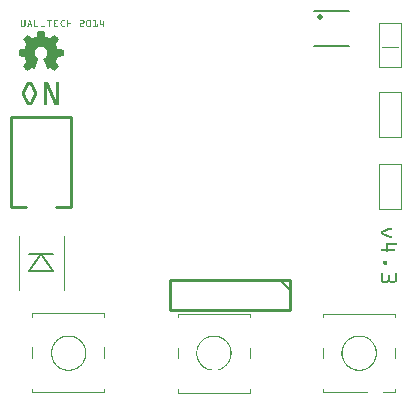
<source format=gto>
G04 MADE WITH FRITZING*
G04 WWW.FRITZING.ORG*
G04 DOUBLE SIDED*
G04 HOLES PLATED*
G04 CONTOUR ON CENTER OF CONTOUR VECTOR*
%ASAXBY*%
%FSLAX23Y23*%
%MOIN*%
%OFA0B0*%
%SFA1.0B1.0*%
%ADD10C,0.019307X0.00330707*%
%ADD11C,0.008000*%
%ADD12C,0.004000*%
%ADD13C,0.010000*%
%ADD14C,0.005000*%
%ADD15C,0.003937*%
%ADD16R,0.001000X0.001000*%
%LNSILK1*%
G90*
G70*
G54D10*
X1090Y1336D03*
G54D11*
X1070Y1238D02*
X1188Y1238D01*
D02*
X1188Y1356D02*
X1070Y1356D01*
G54D12*
D02*
X235Y605D02*
X235Y427D01*
D02*
X85Y605D02*
X85Y427D01*
G54D11*
D02*
X200Y491D02*
X160Y545D01*
D02*
X160Y545D02*
X121Y491D01*
D02*
X121Y491D02*
X200Y491D01*
D02*
X200Y545D02*
X121Y545D01*
G54D13*
D02*
X261Y703D02*
X261Y1003D01*
D02*
X261Y1003D02*
X61Y1003D01*
D02*
X61Y1003D02*
X61Y703D01*
D02*
X261Y703D02*
X211Y703D01*
D02*
X111Y703D02*
X61Y703D01*
D02*
X990Y460D02*
X590Y460D01*
D02*
X590Y460D02*
X590Y360D01*
D02*
X590Y360D02*
X990Y360D01*
D02*
X990Y360D02*
X990Y460D01*
G54D14*
D02*
X955Y460D02*
X990Y425D01*
G36*
X150Y1291D02*
X150Y1291D01*
X150Y1291D01*
X150Y1291D01*
X149Y1291D01*
X149Y1290D01*
X149Y1290D01*
X149Y1289D01*
X149Y1289D01*
X149Y1287D01*
X149Y1287D01*
X149Y1286D01*
X148Y1286D01*
X148Y1284D01*
X148Y1284D01*
X148Y1283D01*
X148Y1283D01*
X148Y1282D01*
X148Y1282D01*
X148Y1280D01*
X147Y1280D01*
X147Y1279D01*
X147Y1279D01*
X147Y1278D01*
X147Y1278D01*
X147Y1276D01*
X147Y1276D01*
X147Y1275D01*
X146Y1275D01*
X146Y1274D01*
X146Y1274D01*
X146Y1272D01*
X146Y1272D01*
X146Y1271D01*
X146Y1271D01*
X146Y1271D01*
X145Y1271D01*
X145Y1271D01*
X145Y1271D01*
X145Y1270D01*
X144Y1270D01*
X144Y1270D01*
X144Y1270D01*
X144Y1270D01*
X143Y1270D01*
X143Y1270D01*
X143Y1270D01*
X143Y1269D01*
X142Y1269D01*
X142Y1269D01*
X141Y1269D01*
X141Y1269D01*
X141Y1269D01*
X141Y1269D01*
X140Y1269D01*
X140Y1268D01*
X139Y1268D01*
X139Y1268D01*
X139Y1268D01*
X139Y1268D01*
X138Y1268D01*
X138Y1267D01*
X138Y1267D01*
X138Y1267D01*
X137Y1267D01*
X137Y1267D01*
X136Y1267D01*
X136Y1267D01*
X136Y1267D01*
X136Y1266D01*
X135Y1266D01*
X135Y1266D01*
X134Y1266D01*
X134Y1266D01*
X134Y1266D01*
X134Y1266D01*
X133Y1266D01*
X133Y1265D01*
X133Y1265D01*
X133Y1265D01*
X132Y1265D01*
X132Y1265D01*
X188Y1265D01*
X188Y1265D01*
X187Y1265D01*
X187Y1265D01*
X187Y1265D01*
X187Y1266D01*
X186Y1266D01*
X186Y1266D01*
X185Y1266D01*
X185Y1266D01*
X185Y1266D01*
X185Y1266D01*
X184Y1266D01*
X184Y1267D01*
X184Y1267D01*
X184Y1267D01*
X183Y1267D01*
X183Y1267D01*
X182Y1267D01*
X182Y1267D01*
X182Y1267D01*
X182Y1268D01*
X181Y1268D01*
X181Y1268D01*
X181Y1268D01*
X181Y1268D01*
X180Y1268D01*
X180Y1269D01*
X179Y1269D01*
X179Y1269D01*
X179Y1269D01*
X179Y1269D01*
X178Y1269D01*
X178Y1269D01*
X178Y1269D01*
X178Y1270D01*
X177Y1270D01*
X177Y1270D01*
X176Y1270D01*
X176Y1270D01*
X175Y1270D01*
X175Y1270D01*
X175Y1270D01*
X175Y1271D01*
X174Y1271D01*
X174Y1271D01*
X174Y1271D01*
X174Y1271D01*
X174Y1271D01*
X174Y1273D01*
X174Y1273D01*
X174Y1274D01*
X173Y1274D01*
X173Y1275D01*
X173Y1275D01*
X173Y1277D01*
X173Y1277D01*
X173Y1278D01*
X173Y1278D01*
X173Y1279D01*
X172Y1279D01*
X172Y1281D01*
X172Y1281D01*
X172Y1282D01*
X172Y1282D01*
X172Y1283D01*
X172Y1283D01*
X172Y1285D01*
X171Y1285D01*
X171Y1286D01*
X171Y1286D01*
X171Y1287D01*
X171Y1287D01*
X171Y1289D01*
X171Y1289D01*
X171Y1290D01*
X170Y1290D01*
X170Y1291D01*
X170Y1291D01*
X170Y1291D01*
X150Y1291D01*
G37*
D02*
G36*
X114Y1276D02*
X114Y1276D01*
X113Y1276D01*
X113Y1276D01*
X113Y1276D01*
X113Y1276D01*
X113Y1276D01*
X113Y1275D01*
X113Y1275D01*
X113Y1275D01*
X112Y1275D01*
X112Y1275D01*
X112Y1275D01*
X112Y1275D01*
X112Y1275D01*
X112Y1274D01*
X112Y1274D01*
X112Y1274D01*
X111Y1274D01*
X111Y1274D01*
X111Y1274D01*
X111Y1274D01*
X111Y1274D01*
X111Y1273D01*
X111Y1273D01*
X111Y1273D01*
X110Y1273D01*
X110Y1273D01*
X110Y1273D01*
X110Y1273D01*
X110Y1273D01*
X110Y1272D01*
X110Y1272D01*
X110Y1272D01*
X109Y1272D01*
X109Y1272D01*
X109Y1272D01*
X109Y1272D01*
X109Y1272D01*
X109Y1271D01*
X109Y1271D01*
X109Y1271D01*
X108Y1271D01*
X108Y1271D01*
X108Y1271D01*
X108Y1271D01*
X108Y1271D01*
X108Y1270D01*
X108Y1270D01*
X108Y1270D01*
X107Y1270D01*
X107Y1270D01*
X107Y1270D01*
X107Y1270D01*
X107Y1270D01*
X107Y1269D01*
X107Y1269D01*
X107Y1269D01*
X106Y1269D01*
X106Y1269D01*
X106Y1269D01*
X106Y1269D01*
X106Y1269D01*
X106Y1268D01*
X106Y1268D01*
X106Y1268D01*
X105Y1268D01*
X105Y1268D01*
X105Y1268D01*
X105Y1267D01*
X105Y1267D01*
X105Y1267D01*
X105Y1267D01*
X105Y1267D01*
X104Y1267D01*
X104Y1267D01*
X104Y1267D01*
X104Y1266D01*
X104Y1266D01*
X104Y1266D01*
X104Y1266D01*
X104Y1266D01*
X103Y1266D01*
X103Y1266D01*
X103Y1266D01*
X103Y1265D01*
X103Y1265D01*
X103Y1265D01*
X103Y1265D01*
X103Y1265D01*
X131Y1265D01*
X131Y1265D01*
X131Y1265D01*
X131Y1265D01*
X130Y1265D01*
X130Y1266D01*
X130Y1266D01*
X130Y1266D01*
X130Y1266D01*
X130Y1266D01*
X129Y1266D01*
X129Y1266D01*
X129Y1266D01*
X129Y1267D01*
X129Y1267D01*
X129Y1267D01*
X128Y1267D01*
X128Y1267D01*
X128Y1267D01*
X128Y1267D01*
X128Y1267D01*
X128Y1268D01*
X127Y1268D01*
X127Y1268D01*
X127Y1268D01*
X127Y1268D01*
X126Y1268D01*
X126Y1269D01*
X126Y1269D01*
X126Y1269D01*
X126Y1269D01*
X126Y1269D01*
X125Y1269D01*
X125Y1269D01*
X125Y1269D01*
X125Y1270D01*
X125Y1270D01*
X125Y1270D01*
X124Y1270D01*
X124Y1270D01*
X124Y1270D01*
X124Y1270D01*
X124Y1270D01*
X124Y1271D01*
X123Y1271D01*
X123Y1271D01*
X123Y1271D01*
X123Y1271D01*
X122Y1271D01*
X122Y1271D01*
X122Y1271D01*
X122Y1272D01*
X122Y1272D01*
X122Y1272D01*
X121Y1272D01*
X121Y1272D01*
X121Y1272D01*
X121Y1272D01*
X121Y1272D01*
X121Y1273D01*
X120Y1273D01*
X120Y1273D01*
X120Y1273D01*
X120Y1273D01*
X119Y1273D01*
X119Y1273D01*
X119Y1273D01*
X119Y1274D01*
X119Y1274D01*
X119Y1274D01*
X118Y1274D01*
X118Y1274D01*
X118Y1274D01*
X118Y1274D01*
X118Y1274D01*
X118Y1275D01*
X117Y1275D01*
X117Y1275D01*
X117Y1275D01*
X117Y1275D01*
X117Y1275D01*
X117Y1275D01*
X116Y1275D01*
X116Y1276D01*
X116Y1276D01*
X116Y1276D01*
X115Y1276D01*
X115Y1276D01*
X115Y1276D01*
X115Y1276D01*
X114Y1276D01*
G37*
D02*
G36*
X205Y1276D02*
X205Y1276D01*
X205Y1276D01*
X205Y1276D01*
X204Y1276D01*
X204Y1276D01*
X204Y1276D01*
X204Y1275D01*
X203Y1275D01*
X203Y1275D01*
X203Y1275D01*
X203Y1275D01*
X203Y1275D01*
X203Y1275D01*
X202Y1275D01*
X202Y1274D01*
X202Y1274D01*
X202Y1274D01*
X202Y1274D01*
X202Y1274D01*
X201Y1274D01*
X201Y1274D01*
X201Y1274D01*
X201Y1273D01*
X201Y1273D01*
X201Y1273D01*
X200Y1273D01*
X200Y1273D01*
X200Y1273D01*
X200Y1273D01*
X199Y1273D01*
X199Y1272D01*
X199Y1272D01*
X199Y1272D01*
X199Y1272D01*
X199Y1272D01*
X198Y1272D01*
X198Y1272D01*
X198Y1272D01*
X198Y1271D01*
X198Y1271D01*
X198Y1271D01*
X197Y1271D01*
X197Y1271D01*
X197Y1271D01*
X197Y1271D01*
X197Y1271D01*
X197Y1270D01*
X196Y1270D01*
X196Y1270D01*
X196Y1270D01*
X196Y1270D01*
X195Y1270D01*
X195Y1270D01*
X195Y1270D01*
X195Y1269D01*
X194Y1269D01*
X194Y1269D01*
X194Y1269D01*
X194Y1269D01*
X194Y1269D01*
X194Y1269D01*
X193Y1269D01*
X193Y1268D01*
X193Y1268D01*
X193Y1268D01*
X193Y1268D01*
X193Y1268D01*
X192Y1268D01*
X192Y1267D01*
X192Y1267D01*
X192Y1267D01*
X192Y1267D01*
X192Y1267D01*
X191Y1267D01*
X191Y1267D01*
X191Y1267D01*
X191Y1266D01*
X190Y1266D01*
X190Y1266D01*
X190Y1266D01*
X190Y1266D01*
X190Y1266D01*
X190Y1266D01*
X189Y1266D01*
X189Y1265D01*
X189Y1265D01*
X189Y1265D01*
X189Y1265D01*
X189Y1265D01*
X217Y1265D01*
X217Y1265D01*
X217Y1265D01*
X217Y1265D01*
X217Y1265D01*
X217Y1266D01*
X216Y1266D01*
X216Y1266D01*
X216Y1266D01*
X216Y1266D01*
X216Y1266D01*
X216Y1266D01*
X216Y1266D01*
X216Y1267D01*
X215Y1267D01*
X215Y1267D01*
X215Y1267D01*
X215Y1267D01*
X215Y1267D01*
X215Y1267D01*
X215Y1267D01*
X215Y1268D01*
X214Y1268D01*
X214Y1268D01*
X214Y1268D01*
X214Y1268D01*
X214Y1268D01*
X214Y1269D01*
X214Y1269D01*
X214Y1269D01*
X213Y1269D01*
X213Y1269D01*
X213Y1269D01*
X213Y1269D01*
X213Y1269D01*
X213Y1270D01*
X213Y1270D01*
X213Y1270D01*
X212Y1270D01*
X212Y1270D01*
X212Y1270D01*
X212Y1270D01*
X212Y1270D01*
X212Y1271D01*
X212Y1271D01*
X212Y1271D01*
X211Y1271D01*
X211Y1271D01*
X211Y1271D01*
X211Y1271D01*
X211Y1271D01*
X211Y1272D01*
X211Y1272D01*
X211Y1272D01*
X210Y1272D01*
X210Y1272D01*
X210Y1272D01*
X210Y1272D01*
X210Y1272D01*
X210Y1273D01*
X210Y1273D01*
X210Y1273D01*
X209Y1273D01*
X209Y1273D01*
X209Y1273D01*
X209Y1273D01*
X209Y1273D01*
X209Y1274D01*
X209Y1274D01*
X209Y1274D01*
X208Y1274D01*
X208Y1274D01*
X208Y1274D01*
X208Y1274D01*
X208Y1274D01*
X208Y1275D01*
X208Y1275D01*
X208Y1275D01*
X207Y1275D01*
X207Y1275D01*
X207Y1275D01*
X207Y1275D01*
X207Y1275D01*
X207Y1276D01*
X207Y1276D01*
X207Y1276D01*
X206Y1276D01*
X206Y1276D01*
X206Y1276D01*
X206Y1276D01*
X205Y1276D01*
G37*
D02*
G36*
X102Y1265D02*
X102Y1265D01*
X218Y1265D01*
X218Y1265D01*
X102Y1265D01*
G37*
D02*
G36*
X102Y1265D02*
X102Y1265D01*
X218Y1265D01*
X218Y1265D01*
X102Y1265D01*
G37*
D02*
G36*
X102Y1265D02*
X102Y1265D01*
X218Y1265D01*
X218Y1265D01*
X102Y1265D01*
G37*
D02*
G36*
X102Y1265D02*
X102Y1264D01*
X102Y1264D01*
X102Y1264D01*
X102Y1264D01*
X102Y1264D01*
X101Y1264D01*
X101Y1264D01*
X101Y1264D01*
X101Y1263D01*
X101Y1263D01*
X101Y1263D01*
X101Y1263D01*
X101Y1263D01*
X100Y1263D01*
X100Y1263D01*
X100Y1263D01*
X100Y1262D01*
X100Y1262D01*
X100Y1261D01*
X100Y1261D01*
X100Y1261D01*
X100Y1261D01*
X100Y1261D01*
X101Y1261D01*
X101Y1260D01*
X101Y1260D01*
X101Y1260D01*
X101Y1260D01*
X101Y1259D01*
X101Y1259D01*
X101Y1259D01*
X102Y1259D01*
X102Y1259D01*
X102Y1259D01*
X102Y1258D01*
X102Y1258D01*
X102Y1258D01*
X102Y1258D01*
X102Y1258D01*
X103Y1258D01*
X103Y1257D01*
X103Y1257D01*
X103Y1257D01*
X103Y1257D01*
X103Y1257D01*
X103Y1257D01*
X103Y1256D01*
X104Y1256D01*
X104Y1256D01*
X104Y1256D01*
X104Y1255D01*
X104Y1255D01*
X104Y1255D01*
X104Y1255D01*
X104Y1255D01*
X105Y1255D01*
X105Y1254D01*
X105Y1254D01*
X105Y1254D01*
X105Y1254D01*
X105Y1254D01*
X105Y1254D01*
X105Y1253D01*
X106Y1253D01*
X106Y1253D01*
X106Y1253D01*
X106Y1253D01*
X106Y1253D01*
X106Y1252D01*
X106Y1252D01*
X106Y1252D01*
X107Y1252D01*
X107Y1251D01*
X107Y1251D01*
X107Y1251D01*
X107Y1251D01*
X107Y1251D01*
X107Y1251D01*
X107Y1250D01*
X108Y1250D01*
X108Y1250D01*
X108Y1250D01*
X108Y1250D01*
X108Y1250D01*
X108Y1249D01*
X108Y1249D01*
X108Y1249D01*
X109Y1249D01*
X109Y1249D01*
X109Y1249D01*
X109Y1248D01*
X109Y1248D01*
X109Y1248D01*
X109Y1248D01*
X109Y1247D01*
X110Y1247D01*
X110Y1247D01*
X110Y1247D01*
X110Y1246D01*
X110Y1246D01*
X110Y1246D01*
X110Y1246D01*
X110Y1246D01*
X111Y1246D01*
X111Y1245D01*
X111Y1245D01*
X111Y1244D01*
X111Y1244D01*
X111Y1244D01*
X110Y1244D01*
X110Y1243D01*
X110Y1243D01*
X110Y1242D01*
X110Y1242D01*
X110Y1242D01*
X110Y1242D01*
X110Y1241D01*
X109Y1241D01*
X109Y1241D01*
X109Y1241D01*
X109Y1240D01*
X109Y1240D01*
X109Y1239D01*
X109Y1239D01*
X109Y1239D01*
X108Y1239D01*
X108Y1238D01*
X108Y1238D01*
X108Y1238D01*
X108Y1238D01*
X108Y1237D01*
X108Y1237D01*
X108Y1237D01*
X163Y1237D01*
X163Y1237D01*
X164Y1237D01*
X164Y1236D01*
X165Y1236D01*
X165Y1236D01*
X166Y1236D01*
X166Y1236D01*
X167Y1236D01*
X167Y1236D01*
X168Y1236D01*
X168Y1235D01*
X168Y1235D01*
X168Y1235D01*
X169Y1235D01*
X169Y1235D01*
X169Y1235D01*
X169Y1235D01*
X170Y1235D01*
X170Y1234D01*
X170Y1234D01*
X170Y1234D01*
X171Y1234D01*
X171Y1234D01*
X171Y1234D01*
X171Y1234D01*
X171Y1234D01*
X171Y1233D01*
X172Y1233D01*
X172Y1233D01*
X172Y1233D01*
X172Y1233D01*
X172Y1233D01*
X172Y1233D01*
X173Y1233D01*
X173Y1232D01*
X173Y1232D01*
X173Y1232D01*
X173Y1232D01*
X173Y1232D01*
X174Y1232D01*
X174Y1232D01*
X174Y1232D01*
X174Y1231D01*
X174Y1231D01*
X174Y1231D01*
X174Y1231D01*
X174Y1231D01*
X175Y1231D01*
X175Y1231D01*
X175Y1231D01*
X175Y1230D01*
X175Y1230D01*
X175Y1230D01*
X175Y1230D01*
X175Y1230D01*
X176Y1230D01*
X176Y1230D01*
X176Y1230D01*
X176Y1229D01*
X176Y1229D01*
X176Y1229D01*
X177Y1229D01*
X177Y1229D01*
X177Y1229D01*
X177Y1228D01*
X177Y1228D01*
X177Y1228D01*
X177Y1228D01*
X177Y1228D01*
X178Y1228D01*
X178Y1227D01*
X178Y1227D01*
X178Y1226D01*
X178Y1226D01*
X178Y1226D01*
X178Y1226D01*
X178Y1226D01*
X179Y1226D01*
X179Y1225D01*
X179Y1225D01*
X179Y1225D01*
X179Y1225D01*
X179Y1224D01*
X179Y1224D01*
X179Y1223D01*
X180Y1223D01*
X180Y1223D01*
X180Y1223D01*
X180Y1222D01*
X180Y1222D01*
X180Y1221D01*
X180Y1221D01*
X180Y1220D01*
X181Y1220D01*
X181Y1218D01*
X181Y1218D01*
X181Y1214D01*
X181Y1214D01*
X181Y1213D01*
X180Y1213D01*
X180Y1211D01*
X180Y1211D01*
X180Y1210D01*
X180Y1210D01*
X180Y1210D01*
X180Y1210D01*
X180Y1209D01*
X179Y1209D01*
X179Y1208D01*
X179Y1208D01*
X179Y1208D01*
X179Y1208D01*
X179Y1207D01*
X179Y1207D01*
X179Y1207D01*
X178Y1207D01*
X178Y1206D01*
X178Y1206D01*
X178Y1206D01*
X178Y1206D01*
X178Y1205D01*
X178Y1205D01*
X178Y1205D01*
X177Y1205D01*
X177Y1204D01*
X177Y1204D01*
X177Y1204D01*
X177Y1204D01*
X177Y1204D01*
X177Y1204D01*
X177Y1203D01*
X176Y1203D01*
X176Y1203D01*
X176Y1203D01*
X176Y1203D01*
X176Y1203D01*
X176Y1202D01*
X175Y1202D01*
X175Y1202D01*
X175Y1202D01*
X175Y1202D01*
X175Y1202D01*
X175Y1202D01*
X175Y1202D01*
X175Y1201D01*
X174Y1201D01*
X174Y1201D01*
X174Y1201D01*
X174Y1201D01*
X174Y1201D01*
X174Y1201D01*
X174Y1201D01*
X174Y1200D01*
X173Y1200D01*
X173Y1200D01*
X173Y1200D01*
X173Y1200D01*
X173Y1200D01*
X173Y1200D01*
X172Y1200D01*
X172Y1199D01*
X172Y1199D01*
X172Y1199D01*
X172Y1199D01*
X172Y1199D01*
X171Y1199D01*
X171Y1199D01*
X171Y1199D01*
X171Y1198D01*
X171Y1198D01*
X171Y1198D01*
X170Y1198D01*
X170Y1198D01*
X170Y1198D01*
X170Y1198D01*
X169Y1198D01*
X169Y1197D01*
X169Y1197D01*
X169Y1197D01*
X169Y1197D01*
X169Y1197D01*
X168Y1197D01*
X168Y1197D01*
X168Y1197D01*
X168Y1196D01*
X168Y1196D01*
X168Y1196D01*
X168Y1196D01*
X168Y1195D01*
X168Y1195D01*
X168Y1194D01*
X169Y1194D01*
X169Y1194D01*
X169Y1194D01*
X169Y1193D01*
X169Y1193D01*
X169Y1193D01*
X169Y1193D01*
X169Y1192D01*
X170Y1192D01*
X170Y1191D01*
X170Y1191D01*
X170Y1191D01*
X170Y1191D01*
X170Y1190D01*
X170Y1190D01*
X170Y1190D01*
X171Y1190D01*
X171Y1189D01*
X171Y1189D01*
X171Y1188D01*
X171Y1188D01*
X171Y1188D01*
X171Y1188D01*
X171Y1187D01*
X172Y1187D01*
X172Y1187D01*
X172Y1187D01*
X172Y1186D01*
X172Y1186D01*
X172Y1185D01*
X172Y1185D01*
X172Y1184D01*
X173Y1184D01*
X173Y1184D01*
X173Y1184D01*
X173Y1183D01*
X173Y1183D01*
X173Y1183D01*
X173Y1183D01*
X173Y1182D01*
X174Y1182D01*
X174Y1181D01*
X174Y1181D01*
X174Y1181D01*
X174Y1181D01*
X174Y1180D01*
X174Y1180D01*
X174Y1180D01*
X175Y1180D01*
X175Y1179D01*
X175Y1179D01*
X175Y1178D01*
X175Y1178D01*
X175Y1178D01*
X175Y1178D01*
X175Y1177D01*
X176Y1177D01*
X176Y1177D01*
X176Y1177D01*
X176Y1176D01*
X176Y1176D01*
X176Y1175D01*
X177Y1175D01*
X177Y1175D01*
X177Y1175D01*
X177Y1174D01*
X177Y1174D01*
X177Y1174D01*
X177Y1174D01*
X177Y1173D01*
X178Y1173D01*
X178Y1172D01*
X178Y1172D01*
X178Y1172D01*
X178Y1172D01*
X178Y1171D01*
X178Y1171D01*
X178Y1171D01*
X179Y1171D01*
X179Y1170D01*
X179Y1170D01*
X179Y1169D01*
X179Y1169D01*
X179Y1169D01*
X179Y1169D01*
X179Y1168D01*
X180Y1168D01*
X180Y1168D01*
X180Y1168D01*
X180Y1167D01*
X180Y1167D01*
X180Y1167D01*
X190Y1167D01*
X190Y1166D01*
X191Y1166D01*
X191Y1166D01*
X191Y1166D01*
X191Y1166D01*
X191Y1166D01*
X191Y1166D01*
X192Y1166D01*
X192Y1165D01*
X192Y1165D01*
X192Y1165D01*
X192Y1165D01*
X192Y1165D01*
X193Y1165D01*
X193Y1164D01*
X193Y1164D01*
X193Y1164D01*
X193Y1164D01*
X193Y1164D01*
X194Y1164D01*
X194Y1164D01*
X194Y1164D01*
X194Y1163D01*
X195Y1163D01*
X195Y1163D01*
X195Y1163D01*
X195Y1163D01*
X195Y1163D01*
X195Y1163D01*
X196Y1163D01*
X196Y1162D01*
X196Y1162D01*
X196Y1162D01*
X197Y1162D01*
X197Y1162D01*
X197Y1162D01*
X197Y1162D01*
X197Y1162D01*
X197Y1161D01*
X198Y1161D01*
X198Y1161D01*
X198Y1161D01*
X198Y1161D01*
X198Y1161D01*
X198Y1161D01*
X199Y1161D01*
X199Y1160D01*
X199Y1160D01*
X199Y1160D01*
X200Y1160D01*
X200Y1160D01*
X200Y1160D01*
X200Y1160D01*
X200Y1160D01*
X200Y1159D01*
X201Y1159D01*
X201Y1159D01*
X201Y1159D01*
X201Y1159D01*
X201Y1159D01*
X201Y1159D01*
X202Y1159D01*
X202Y1158D01*
X202Y1158D01*
X202Y1158D01*
X202Y1158D01*
X202Y1158D01*
X203Y1158D01*
X203Y1158D01*
X203Y1158D01*
X203Y1157D01*
X204Y1157D01*
X204Y1157D01*
X204Y1157D01*
X204Y1157D01*
X204Y1157D01*
X204Y1157D01*
X205Y1157D01*
X205Y1156D01*
X205Y1156D01*
X205Y1156D01*
X206Y1156D01*
X206Y1156D01*
X206Y1156D01*
X206Y1157D01*
X207Y1157D01*
X207Y1157D01*
X207Y1157D01*
X207Y1157D01*
X207Y1157D01*
X207Y1157D01*
X207Y1157D01*
X207Y1158D01*
X208Y1158D01*
X208Y1158D01*
X208Y1158D01*
X208Y1158D01*
X208Y1158D01*
X208Y1158D01*
X208Y1158D01*
X208Y1159D01*
X209Y1159D01*
X209Y1159D01*
X209Y1159D01*
X209Y1159D01*
X209Y1159D01*
X209Y1159D01*
X209Y1159D01*
X209Y1160D01*
X210Y1160D01*
X210Y1160D01*
X210Y1160D01*
X210Y1160D01*
X210Y1160D01*
X210Y1160D01*
X210Y1160D01*
X210Y1161D01*
X211Y1161D01*
X211Y1161D01*
X211Y1161D01*
X211Y1161D01*
X211Y1161D01*
X211Y1161D01*
X211Y1161D01*
X211Y1162D01*
X212Y1162D01*
X212Y1162D01*
X212Y1162D01*
X212Y1162D01*
X212Y1162D01*
X212Y1162D01*
X212Y1162D01*
X212Y1163D01*
X213Y1163D01*
X213Y1163D01*
X213Y1163D01*
X213Y1163D01*
X213Y1163D01*
X213Y1163D01*
X213Y1163D01*
X213Y1164D01*
X214Y1164D01*
X214Y1164D01*
X214Y1164D01*
X214Y1164D01*
X214Y1164D01*
X214Y1164D01*
X214Y1164D01*
X214Y1165D01*
X215Y1165D01*
X215Y1165D01*
X215Y1165D01*
X215Y1165D01*
X215Y1165D01*
X215Y1166D01*
X215Y1166D01*
X215Y1166D01*
X216Y1166D01*
X216Y1166D01*
X216Y1166D01*
X216Y1166D01*
X216Y1166D01*
X216Y1167D01*
X216Y1167D01*
X216Y1167D01*
X217Y1167D01*
X217Y1167D01*
X217Y1167D01*
X217Y1167D01*
X217Y1167D01*
X217Y1168D01*
X218Y1168D01*
X218Y1168D01*
X218Y1168D01*
X218Y1168D01*
X218Y1168D01*
X218Y1168D01*
X218Y1168D01*
X218Y1169D01*
X219Y1169D01*
X219Y1169D01*
X219Y1169D01*
X219Y1169D01*
X219Y1169D01*
X219Y1169D01*
X219Y1169D01*
X219Y1170D01*
X220Y1170D01*
X220Y1170D01*
X220Y1170D01*
X220Y1170D01*
X220Y1170D01*
X220Y1171D01*
X220Y1171D01*
X220Y1172D01*
X220Y1172D01*
X220Y1172D01*
X219Y1172D01*
X219Y1172D01*
X219Y1172D01*
X219Y1173D01*
X219Y1173D01*
X219Y1173D01*
X219Y1173D01*
X219Y1174D01*
X218Y1174D01*
X218Y1174D01*
X218Y1174D01*
X218Y1174D01*
X218Y1174D01*
X218Y1175D01*
X218Y1175D01*
X218Y1175D01*
X217Y1175D01*
X217Y1175D01*
X217Y1175D01*
X217Y1176D01*
X217Y1176D01*
X217Y1176D01*
X216Y1176D01*
X216Y1176D01*
X216Y1176D01*
X216Y1177D01*
X216Y1177D01*
X216Y1177D01*
X216Y1177D01*
X216Y1178D01*
X215Y1178D01*
X215Y1178D01*
X215Y1178D01*
X215Y1178D01*
X215Y1178D01*
X215Y1179D01*
X215Y1179D01*
X215Y1179D01*
X214Y1179D01*
X214Y1179D01*
X214Y1179D01*
X214Y1180D01*
X214Y1180D01*
X214Y1180D01*
X214Y1180D01*
X214Y1180D01*
X213Y1180D01*
X213Y1181D01*
X213Y1181D01*
X213Y1181D01*
X213Y1181D01*
X213Y1182D01*
X213Y1182D01*
X213Y1182D01*
X212Y1182D01*
X212Y1182D01*
X212Y1182D01*
X212Y1183D01*
X212Y1183D01*
X212Y1183D01*
X212Y1183D01*
X212Y1183D01*
X211Y1183D01*
X211Y1184D01*
X211Y1184D01*
X211Y1184D01*
X211Y1184D01*
X211Y1184D01*
X211Y1184D01*
X211Y1185D01*
X210Y1185D01*
X210Y1185D01*
X210Y1185D01*
X210Y1186D01*
X210Y1186D01*
X210Y1186D01*
X210Y1186D01*
X210Y1187D01*
X209Y1187D01*
X209Y1187D01*
X210Y1187D01*
X210Y1188D01*
X210Y1188D01*
X210Y1189D01*
X210Y1189D01*
X210Y1189D01*
X210Y1189D01*
X210Y1190D01*
X211Y1190D01*
X211Y1191D01*
X211Y1191D01*
X211Y1191D01*
X211Y1191D01*
X211Y1192D01*
X211Y1192D01*
X211Y1192D01*
X212Y1192D01*
X212Y1193D01*
X212Y1193D01*
X212Y1194D01*
X212Y1194D01*
X212Y1194D01*
X212Y1194D01*
X212Y1195D01*
X213Y1195D01*
X213Y1196D01*
X213Y1196D01*
X213Y1196D01*
X213Y1196D01*
X213Y1197D01*
X213Y1197D01*
X213Y1197D01*
X214Y1197D01*
X214Y1198D01*
X214Y1198D01*
X214Y1199D01*
X214Y1199D01*
X214Y1199D01*
X214Y1199D01*
X214Y1200D01*
X215Y1200D01*
X215Y1201D01*
X215Y1201D01*
X215Y1201D01*
X215Y1201D01*
X215Y1202D01*
X215Y1202D01*
X215Y1202D01*
X216Y1202D01*
X216Y1202D01*
X216Y1202D01*
X216Y1202D01*
X217Y1202D01*
X217Y1203D01*
X219Y1203D01*
X219Y1203D01*
X220Y1203D01*
X220Y1203D01*
X222Y1203D01*
X222Y1203D01*
X223Y1203D01*
X223Y1204D01*
X224Y1204D01*
X224Y1204D01*
X226Y1204D01*
X226Y1204D01*
X227Y1204D01*
X227Y1204D01*
X228Y1204D01*
X228Y1205D01*
X230Y1205D01*
X230Y1205D01*
X231Y1205D01*
X231Y1205D01*
X232Y1205D01*
X232Y1205D01*
X234Y1205D01*
X234Y1206D01*
X234Y1206D01*
X234Y1206D01*
X235Y1206D01*
X235Y1206D01*
X235Y1206D01*
X235Y1226D01*
X235Y1226D01*
X235Y1227D01*
X234Y1227D01*
X234Y1227D01*
X233Y1227D01*
X233Y1227D01*
X231Y1227D01*
X231Y1228D01*
X230Y1228D01*
X230Y1228D01*
X229Y1228D01*
X229Y1228D01*
X227Y1228D01*
X227Y1228D01*
X226Y1228D01*
X226Y1229D01*
X225Y1229D01*
X225Y1229D01*
X223Y1229D01*
X223Y1229D01*
X222Y1229D01*
X222Y1229D01*
X220Y1229D01*
X220Y1230D01*
X219Y1230D01*
X219Y1230D01*
X218Y1230D01*
X218Y1230D01*
X216Y1230D01*
X216Y1230D01*
X215Y1230D01*
X215Y1231D01*
X215Y1231D01*
X215Y1231D01*
X215Y1231D01*
X215Y1231D01*
X214Y1231D01*
X214Y1232D01*
X214Y1232D01*
X214Y1233D01*
X214Y1233D01*
X214Y1233D01*
X214Y1233D01*
X214Y1234D01*
X213Y1234D01*
X213Y1234D01*
X213Y1234D01*
X213Y1235D01*
X213Y1235D01*
X213Y1236D01*
X213Y1236D01*
X213Y1236D01*
X212Y1236D01*
X212Y1237D01*
X212Y1237D01*
X212Y1237D01*
X212Y1237D01*
X212Y1238D01*
X212Y1238D01*
X212Y1238D01*
X211Y1238D01*
X211Y1239D01*
X211Y1239D01*
X211Y1240D01*
X211Y1240D01*
X211Y1240D01*
X211Y1240D01*
X211Y1241D01*
X210Y1241D01*
X210Y1241D01*
X210Y1241D01*
X210Y1242D01*
X210Y1242D01*
X210Y1243D01*
X210Y1243D01*
X210Y1243D01*
X209Y1243D01*
X209Y1244D01*
X209Y1244D01*
X209Y1244D01*
X209Y1244D01*
X209Y1245D01*
X209Y1245D01*
X209Y1246D01*
X209Y1246D01*
X209Y1246D01*
X210Y1246D01*
X210Y1246D01*
X210Y1246D01*
X210Y1247D01*
X210Y1247D01*
X210Y1247D01*
X210Y1247D01*
X210Y1248D01*
X211Y1248D01*
X211Y1248D01*
X211Y1248D01*
X211Y1248D01*
X211Y1248D01*
X211Y1249D01*
X211Y1249D01*
X211Y1249D01*
X212Y1249D01*
X212Y1250D01*
X212Y1250D01*
X212Y1250D01*
X212Y1250D01*
X212Y1250D01*
X212Y1250D01*
X212Y1251D01*
X213Y1251D01*
X213Y1251D01*
X213Y1251D01*
X213Y1251D01*
X213Y1251D01*
X213Y1252D01*
X213Y1252D01*
X213Y1252D01*
X214Y1252D01*
X214Y1252D01*
X214Y1252D01*
X214Y1253D01*
X214Y1253D01*
X214Y1253D01*
X214Y1253D01*
X214Y1254D01*
X215Y1254D01*
X215Y1254D01*
X215Y1254D01*
X215Y1254D01*
X215Y1254D01*
X215Y1255D01*
X215Y1255D01*
X215Y1255D01*
X216Y1255D01*
X216Y1255D01*
X216Y1255D01*
X216Y1256D01*
X216Y1256D01*
X216Y1256D01*
X216Y1256D01*
X216Y1256D01*
X217Y1256D01*
X217Y1257D01*
X217Y1257D01*
X217Y1257D01*
X217Y1257D01*
X217Y1258D01*
X218Y1258D01*
X218Y1258D01*
X218Y1258D01*
X218Y1258D01*
X218Y1258D01*
X218Y1259D01*
X218Y1259D01*
X218Y1259D01*
X219Y1259D01*
X219Y1259D01*
X219Y1259D01*
X219Y1260D01*
X219Y1260D01*
X219Y1260D01*
X219Y1260D01*
X219Y1260D01*
X220Y1260D01*
X220Y1261D01*
X220Y1261D01*
X220Y1261D01*
X220Y1261D01*
X220Y1262D01*
X220Y1262D01*
X220Y1263D01*
X220Y1263D01*
X220Y1263D01*
X219Y1263D01*
X219Y1263D01*
X219Y1263D01*
X219Y1263D01*
X219Y1263D01*
X219Y1264D01*
X219Y1264D01*
X219Y1264D01*
X218Y1264D01*
X218Y1264D01*
X218Y1264D01*
X218Y1264D01*
X218Y1264D01*
X218Y1265D01*
X102Y1265D01*
G37*
D02*
G36*
X108Y1237D02*
X108Y1237D01*
X107Y1237D01*
X107Y1236D01*
X107Y1236D01*
X107Y1235D01*
X107Y1235D01*
X107Y1235D01*
X107Y1235D01*
X107Y1234D01*
X106Y1234D01*
X106Y1234D01*
X106Y1234D01*
X106Y1233D01*
X106Y1233D01*
X106Y1232D01*
X106Y1232D01*
X106Y1232D01*
X105Y1232D01*
X105Y1231D01*
X105Y1231D01*
X105Y1231D01*
X105Y1231D01*
X105Y1231D01*
X105Y1231D01*
X105Y1230D01*
X104Y1230D01*
X104Y1230D01*
X102Y1230D01*
X102Y1230D01*
X101Y1230D01*
X101Y1230D01*
X100Y1230D01*
X100Y1229D01*
X98Y1229D01*
X98Y1229D01*
X97Y1229D01*
X97Y1229D01*
X96Y1229D01*
X96Y1229D01*
X94Y1229D01*
X94Y1228D01*
X93Y1228D01*
X93Y1228D01*
X91Y1228D01*
X91Y1228D01*
X90Y1228D01*
X90Y1228D01*
X89Y1228D01*
X89Y1227D01*
X87Y1227D01*
X87Y1227D01*
X86Y1227D01*
X86Y1227D01*
X85Y1227D01*
X85Y1226D01*
X85Y1226D01*
X85Y1226D01*
X85Y1226D01*
X85Y1206D01*
X85Y1206D01*
X85Y1206D01*
X85Y1206D01*
X85Y1206D01*
X86Y1206D01*
X86Y1205D01*
X88Y1205D01*
X88Y1205D01*
X89Y1205D01*
X89Y1205D01*
X90Y1205D01*
X90Y1205D01*
X92Y1205D01*
X92Y1204D01*
X93Y1204D01*
X93Y1204D01*
X95Y1204D01*
X95Y1204D01*
X96Y1204D01*
X96Y1204D01*
X97Y1204D01*
X97Y1203D01*
X99Y1203D01*
X99Y1203D01*
X100Y1203D01*
X100Y1203D01*
X101Y1203D01*
X101Y1203D01*
X103Y1203D01*
X103Y1202D01*
X104Y1202D01*
X104Y1202D01*
X104Y1202D01*
X104Y1202D01*
X105Y1202D01*
X105Y1201D01*
X105Y1201D01*
X105Y1201D01*
X105Y1201D01*
X105Y1200D01*
X105Y1200D01*
X105Y1200D01*
X106Y1200D01*
X106Y1199D01*
X106Y1199D01*
X106Y1198D01*
X106Y1198D01*
X106Y1198D01*
X106Y1198D01*
X106Y1197D01*
X107Y1197D01*
X107Y1196D01*
X107Y1196D01*
X107Y1196D01*
X107Y1196D01*
X107Y1195D01*
X107Y1195D01*
X107Y1195D01*
X108Y1195D01*
X108Y1194D01*
X108Y1194D01*
X108Y1193D01*
X108Y1193D01*
X108Y1193D01*
X108Y1193D01*
X108Y1192D01*
X109Y1192D01*
X109Y1191D01*
X109Y1191D01*
X109Y1191D01*
X109Y1191D01*
X109Y1190D01*
X109Y1190D01*
X109Y1190D01*
X110Y1190D01*
X110Y1189D01*
X110Y1189D01*
X110Y1188D01*
X110Y1188D01*
X110Y1188D01*
X110Y1188D01*
X110Y1186D01*
X110Y1186D01*
X110Y1186D01*
X110Y1186D01*
X110Y1185D01*
X110Y1185D01*
X110Y1185D01*
X109Y1185D01*
X109Y1185D01*
X109Y1185D01*
X109Y1184D01*
X109Y1184D01*
X109Y1184D01*
X109Y1184D01*
X109Y1184D01*
X108Y1184D01*
X108Y1183D01*
X108Y1183D01*
X108Y1183D01*
X108Y1183D01*
X108Y1183D01*
X108Y1183D01*
X108Y1182D01*
X107Y1182D01*
X107Y1182D01*
X107Y1182D01*
X107Y1181D01*
X107Y1181D01*
X107Y1181D01*
X107Y1181D01*
X107Y1181D01*
X106Y1181D01*
X106Y1180D01*
X106Y1180D01*
X106Y1180D01*
X106Y1180D01*
X106Y1180D01*
X106Y1180D01*
X106Y1179D01*
X105Y1179D01*
X105Y1179D01*
X105Y1179D01*
X105Y1179D01*
X105Y1179D01*
X105Y1178D01*
X105Y1178D01*
X105Y1178D01*
X104Y1178D01*
X104Y1177D01*
X104Y1177D01*
X104Y1177D01*
X104Y1177D01*
X104Y1177D01*
X104Y1177D01*
X104Y1176D01*
X103Y1176D01*
X103Y1176D01*
X103Y1176D01*
X103Y1176D01*
X103Y1176D01*
X103Y1175D01*
X103Y1175D01*
X103Y1175D01*
X102Y1175D01*
X102Y1175D01*
X102Y1175D01*
X102Y1174D01*
X102Y1174D01*
X102Y1174D01*
X102Y1174D01*
X102Y1173D01*
X101Y1173D01*
X101Y1173D01*
X101Y1173D01*
X101Y1173D01*
X101Y1173D01*
X101Y1172D01*
X101Y1172D01*
X101Y1172D01*
X100Y1172D01*
X100Y1172D01*
X100Y1172D01*
X100Y1171D01*
X100Y1171D01*
X100Y1170D01*
X100Y1170D01*
X100Y1170D01*
X100Y1170D01*
X100Y1170D01*
X101Y1170D01*
X101Y1169D01*
X101Y1169D01*
X101Y1169D01*
X101Y1169D01*
X101Y1169D01*
X101Y1169D01*
X101Y1169D01*
X102Y1169D01*
X102Y1168D01*
X102Y1168D01*
X102Y1168D01*
X102Y1168D01*
X102Y1168D01*
X102Y1168D01*
X102Y1168D01*
X103Y1168D01*
X103Y1167D01*
X103Y1167D01*
X103Y1167D01*
X103Y1167D01*
X103Y1167D01*
X103Y1167D01*
X103Y1167D01*
X131Y1167D01*
X131Y1166D01*
X131Y1166D01*
X131Y1166D01*
X132Y1166D01*
X132Y1166D01*
X132Y1166D01*
X132Y1166D01*
X133Y1166D01*
X133Y1165D01*
X133Y1165D01*
X133Y1165D01*
X134Y1165D01*
X134Y1165D01*
X134Y1165D01*
X134Y1164D01*
X135Y1164D01*
X135Y1164D01*
X135Y1164D01*
X135Y1164D01*
X136Y1164D01*
X136Y1164D01*
X136Y1164D01*
X136Y1163D01*
X137Y1163D01*
X137Y1163D01*
X137Y1163D01*
X137Y1163D01*
X138Y1163D01*
X138Y1163D01*
X139Y1163D01*
X139Y1164D01*
X139Y1164D01*
X139Y1164D01*
X139Y1164D01*
X139Y1165D01*
X139Y1165D01*
X139Y1166D01*
X140Y1166D01*
X140Y1166D01*
X140Y1166D01*
X140Y1167D01*
X140Y1167D01*
X140Y1167D01*
X140Y1167D01*
X140Y1168D01*
X141Y1168D01*
X141Y1169D01*
X141Y1169D01*
X141Y1169D01*
X141Y1169D01*
X141Y1170D01*
X141Y1170D01*
X141Y1170D01*
X142Y1170D01*
X142Y1171D01*
X142Y1171D01*
X142Y1172D01*
X142Y1172D01*
X142Y1172D01*
X142Y1172D01*
X142Y1173D01*
X143Y1173D01*
X143Y1173D01*
X143Y1173D01*
X143Y1174D01*
X143Y1174D01*
X143Y1175D01*
X143Y1175D01*
X143Y1175D01*
X144Y1175D01*
X144Y1176D01*
X144Y1176D01*
X144Y1176D01*
X144Y1176D01*
X144Y1177D01*
X144Y1177D01*
X144Y1178D01*
X145Y1178D01*
X145Y1178D01*
X145Y1178D01*
X145Y1179D01*
X145Y1179D01*
X145Y1179D01*
X145Y1179D01*
X145Y1180D01*
X146Y1180D01*
X146Y1181D01*
X146Y1181D01*
X146Y1181D01*
X146Y1181D01*
X146Y1182D01*
X146Y1182D01*
X146Y1183D01*
X147Y1183D01*
X147Y1183D01*
X147Y1183D01*
X147Y1184D01*
X147Y1184D01*
X147Y1184D01*
X147Y1184D01*
X147Y1185D01*
X148Y1185D01*
X148Y1186D01*
X148Y1186D01*
X148Y1186D01*
X148Y1186D01*
X148Y1187D01*
X148Y1187D01*
X148Y1188D01*
X149Y1188D01*
X149Y1188D01*
X149Y1188D01*
X149Y1189D01*
X149Y1189D01*
X149Y1189D01*
X149Y1189D01*
X149Y1190D01*
X150Y1190D01*
X150Y1191D01*
X150Y1191D01*
X150Y1191D01*
X150Y1191D01*
X150Y1192D01*
X150Y1192D01*
X150Y1192D01*
X151Y1192D01*
X151Y1193D01*
X151Y1193D01*
X151Y1194D01*
X151Y1194D01*
X151Y1194D01*
X151Y1194D01*
X151Y1195D01*
X152Y1195D01*
X152Y1195D01*
X152Y1195D01*
X152Y1196D01*
X152Y1196D01*
X152Y1197D01*
X151Y1197D01*
X151Y1197D01*
X151Y1197D01*
X151Y1197D01*
X150Y1197D01*
X150Y1198D01*
X150Y1198D01*
X150Y1198D01*
X150Y1198D01*
X150Y1198D01*
X149Y1198D01*
X149Y1198D01*
X149Y1198D01*
X149Y1199D01*
X149Y1199D01*
X149Y1199D01*
X148Y1199D01*
X148Y1199D01*
X148Y1199D01*
X148Y1199D01*
X148Y1199D01*
X148Y1200D01*
X147Y1200D01*
X147Y1200D01*
X147Y1200D01*
X147Y1200D01*
X147Y1200D01*
X147Y1200D01*
X146Y1200D01*
X146Y1201D01*
X146Y1201D01*
X146Y1201D01*
X146Y1201D01*
X146Y1201D01*
X145Y1201D01*
X145Y1201D01*
X145Y1201D01*
X145Y1202D01*
X145Y1202D01*
X145Y1202D01*
X145Y1202D01*
X145Y1202D01*
X144Y1202D01*
X144Y1203D01*
X144Y1203D01*
X144Y1203D01*
X144Y1203D01*
X144Y1203D01*
X144Y1203D01*
X144Y1203D01*
X143Y1203D01*
X143Y1204D01*
X143Y1204D01*
X143Y1204D01*
X143Y1204D01*
X143Y1205D01*
X143Y1205D01*
X143Y1205D01*
X142Y1205D01*
X142Y1205D01*
X142Y1205D01*
X142Y1206D01*
X142Y1206D01*
X142Y1206D01*
X142Y1206D01*
X142Y1207D01*
X141Y1207D01*
X141Y1207D01*
X141Y1207D01*
X141Y1208D01*
X141Y1208D01*
X141Y1209D01*
X141Y1209D01*
X141Y1209D01*
X140Y1209D01*
X140Y1210D01*
X140Y1210D01*
X140Y1211D01*
X140Y1211D01*
X140Y1212D01*
X140Y1212D01*
X140Y1213D01*
X139Y1213D01*
X139Y1215D01*
X139Y1215D01*
X139Y1217D01*
X139Y1217D01*
X139Y1219D01*
X140Y1219D01*
X140Y1221D01*
X140Y1221D01*
X140Y1222D01*
X140Y1222D01*
X140Y1222D01*
X140Y1222D01*
X140Y1223D01*
X141Y1223D01*
X141Y1224D01*
X141Y1224D01*
X141Y1224D01*
X141Y1224D01*
X141Y1225D01*
X141Y1225D01*
X141Y1225D01*
X142Y1225D01*
X142Y1226D01*
X142Y1226D01*
X142Y1226D01*
X142Y1226D01*
X142Y1227D01*
X142Y1227D01*
X142Y1227D01*
X143Y1227D01*
X143Y1228D01*
X143Y1228D01*
X143Y1228D01*
X143Y1228D01*
X143Y1229D01*
X143Y1229D01*
X143Y1229D01*
X144Y1229D01*
X144Y1229D01*
X144Y1229D01*
X144Y1230D01*
X144Y1230D01*
X144Y1230D01*
X144Y1230D01*
X144Y1230D01*
X145Y1230D01*
X145Y1230D01*
X145Y1230D01*
X145Y1231D01*
X145Y1231D01*
X145Y1231D01*
X145Y1231D01*
X145Y1231D01*
X146Y1231D01*
X146Y1231D01*
X146Y1231D01*
X146Y1232D01*
X146Y1232D01*
X146Y1232D01*
X146Y1232D01*
X146Y1232D01*
X147Y1232D01*
X147Y1232D01*
X147Y1232D01*
X147Y1233D01*
X147Y1233D01*
X147Y1233D01*
X148Y1233D01*
X148Y1233D01*
X148Y1233D01*
X148Y1233D01*
X148Y1233D01*
X148Y1234D01*
X149Y1234D01*
X149Y1234D01*
X149Y1234D01*
X149Y1234D01*
X150Y1234D01*
X150Y1234D01*
X150Y1234D01*
X150Y1235D01*
X151Y1235D01*
X151Y1235D01*
X151Y1235D01*
X151Y1235D01*
X152Y1235D01*
X152Y1235D01*
X152Y1235D01*
X152Y1236D01*
X153Y1236D01*
X153Y1236D01*
X154Y1236D01*
X154Y1236D01*
X154Y1236D01*
X154Y1236D01*
X156Y1236D01*
X156Y1237D01*
X157Y1237D01*
X157Y1237D01*
X108Y1237D01*
G37*
D02*
G36*
X104Y1167D02*
X104Y1166D01*
X104Y1166D01*
X104Y1166D01*
X104Y1166D01*
X104Y1166D01*
X104Y1166D01*
X104Y1166D01*
X105Y1166D01*
X105Y1165D01*
X105Y1165D01*
X105Y1165D01*
X105Y1165D01*
X105Y1165D01*
X105Y1165D01*
X105Y1164D01*
X106Y1164D01*
X106Y1164D01*
X106Y1164D01*
X106Y1164D01*
X106Y1164D01*
X106Y1164D01*
X106Y1164D01*
X106Y1163D01*
X107Y1163D01*
X107Y1163D01*
X107Y1163D01*
X107Y1163D01*
X107Y1163D01*
X107Y1163D01*
X107Y1163D01*
X107Y1162D01*
X108Y1162D01*
X108Y1162D01*
X108Y1162D01*
X108Y1162D01*
X108Y1162D01*
X108Y1162D01*
X108Y1162D01*
X108Y1161D01*
X109Y1161D01*
X109Y1161D01*
X109Y1161D01*
X109Y1161D01*
X109Y1161D01*
X109Y1161D01*
X109Y1161D01*
X109Y1160D01*
X110Y1160D01*
X110Y1160D01*
X110Y1160D01*
X110Y1160D01*
X110Y1160D01*
X110Y1160D01*
X110Y1160D01*
X110Y1159D01*
X111Y1159D01*
X111Y1159D01*
X111Y1159D01*
X111Y1159D01*
X111Y1159D01*
X111Y1159D01*
X111Y1159D01*
X111Y1158D01*
X112Y1158D01*
X112Y1158D01*
X112Y1158D01*
X112Y1158D01*
X112Y1158D01*
X112Y1158D01*
X112Y1158D01*
X112Y1157D01*
X113Y1157D01*
X113Y1157D01*
X113Y1157D01*
X113Y1157D01*
X113Y1157D01*
X113Y1157D01*
X113Y1157D01*
X113Y1156D01*
X114Y1156D01*
X114Y1156D01*
X115Y1156D01*
X115Y1156D01*
X115Y1156D01*
X115Y1157D01*
X116Y1157D01*
X116Y1157D01*
X116Y1157D01*
X116Y1157D01*
X116Y1157D01*
X116Y1157D01*
X117Y1157D01*
X117Y1158D01*
X117Y1158D01*
X117Y1158D01*
X118Y1158D01*
X118Y1158D01*
X118Y1158D01*
X118Y1158D01*
X118Y1158D01*
X118Y1159D01*
X119Y1159D01*
X119Y1159D01*
X119Y1159D01*
X119Y1159D01*
X119Y1159D01*
X119Y1159D01*
X120Y1159D01*
X120Y1160D01*
X120Y1160D01*
X120Y1160D01*
X121Y1160D01*
X121Y1160D01*
X121Y1160D01*
X121Y1160D01*
X121Y1160D01*
X121Y1161D01*
X122Y1161D01*
X122Y1161D01*
X122Y1161D01*
X122Y1161D01*
X122Y1161D01*
X122Y1161D01*
X123Y1161D01*
X123Y1162D01*
X123Y1162D01*
X123Y1162D01*
X123Y1162D01*
X123Y1162D01*
X124Y1162D01*
X124Y1162D01*
X124Y1162D01*
X124Y1163D01*
X125Y1163D01*
X125Y1163D01*
X125Y1163D01*
X125Y1163D01*
X125Y1163D01*
X125Y1163D01*
X126Y1163D01*
X126Y1164D01*
X126Y1164D01*
X126Y1164D01*
X126Y1164D01*
X126Y1164D01*
X127Y1164D01*
X127Y1164D01*
X127Y1164D01*
X127Y1165D01*
X127Y1165D01*
X127Y1165D01*
X128Y1165D01*
X128Y1165D01*
X128Y1165D01*
X128Y1166D01*
X129Y1166D01*
X129Y1166D01*
X129Y1166D01*
X129Y1166D01*
X129Y1166D01*
X129Y1166D01*
X130Y1166D01*
X130Y1167D01*
X104Y1167D01*
G37*
D02*
G36*
X180Y1167D02*
X180Y1166D01*
X180Y1166D01*
X180Y1166D01*
X181Y1166D01*
X181Y1165D01*
X181Y1165D01*
X181Y1164D01*
X181Y1164D01*
X181Y1164D01*
X181Y1164D01*
X181Y1163D01*
X182Y1163D01*
X182Y1163D01*
X183Y1163D01*
X183Y1163D01*
X183Y1163D01*
X183Y1163D01*
X184Y1163D01*
X184Y1164D01*
X184Y1164D01*
X184Y1164D01*
X185Y1164D01*
X185Y1164D01*
X185Y1164D01*
X185Y1164D01*
X186Y1164D01*
X186Y1165D01*
X186Y1165D01*
X186Y1165D01*
X187Y1165D01*
X187Y1165D01*
X187Y1165D01*
X187Y1166D01*
X188Y1166D01*
X188Y1166D01*
X188Y1166D01*
X188Y1166D01*
X188Y1166D01*
X188Y1166D01*
X189Y1166D01*
X189Y1167D01*
X180Y1167D01*
G37*
D02*
G54D15*
X1101Y335D02*
X1101Y346D01*
X1341Y346D01*
X1341Y335D01*
D02*
X1101Y233D02*
X1101Y198D01*
D02*
X1341Y233D02*
X1341Y198D01*
D02*
X616Y335D02*
X616Y346D01*
X856Y346D01*
X856Y335D01*
D02*
X616Y233D02*
X616Y198D01*
D02*
X857Y233D02*
X857Y198D01*
D02*
X616Y95D02*
X616Y84D01*
X856Y84D01*
X856Y95D01*
D02*
G54D16*
X94Y1326D02*
X95Y1326D01*
X106Y1326D02*
X107Y1326D01*
X122Y1326D02*
X123Y1326D01*
X138Y1326D02*
X139Y1326D01*
X159Y1326D02*
X161Y1326D01*
X181Y1326D02*
X195Y1326D01*
X203Y1326D02*
X217Y1326D01*
X230Y1326D02*
X239Y1326D01*
X247Y1326D02*
X248Y1326D01*
X259Y1326D02*
X260Y1326D01*
X291Y1326D02*
X303Y1326D01*
X314Y1326D02*
X325Y1326D01*
X335Y1326D02*
X342Y1326D01*
X357Y1326D02*
X359Y1326D01*
X93Y1325D02*
X95Y1325D01*
X105Y1325D02*
X108Y1325D01*
X121Y1325D02*
X123Y1325D01*
X137Y1325D02*
X139Y1325D01*
X159Y1325D02*
X161Y1325D01*
X181Y1325D02*
X195Y1325D01*
X203Y1325D02*
X217Y1325D01*
X229Y1325D02*
X239Y1325D01*
X247Y1325D02*
X249Y1325D01*
X259Y1325D02*
X261Y1325D01*
X290Y1325D02*
X304Y1325D01*
X313Y1325D02*
X326Y1325D01*
X334Y1325D02*
X342Y1325D01*
X357Y1325D02*
X359Y1325D01*
X93Y1324D02*
X95Y1324D01*
X105Y1324D02*
X108Y1324D01*
X121Y1324D02*
X124Y1324D01*
X137Y1324D02*
X139Y1324D01*
X159Y1324D02*
X161Y1324D01*
X181Y1324D02*
X195Y1324D01*
X203Y1324D02*
X216Y1324D01*
X228Y1324D02*
X238Y1324D01*
X247Y1324D02*
X249Y1324D01*
X259Y1324D02*
X261Y1324D01*
X291Y1324D02*
X304Y1324D01*
X312Y1324D02*
X326Y1324D01*
X335Y1324D02*
X342Y1324D01*
X357Y1324D02*
X359Y1324D01*
X367Y1324D02*
X367Y1324D01*
X93Y1323D02*
X95Y1323D01*
X105Y1323D02*
X108Y1323D01*
X121Y1323D02*
X124Y1323D01*
X137Y1323D02*
X139Y1323D01*
X159Y1323D02*
X161Y1323D01*
X181Y1323D02*
X183Y1323D01*
X187Y1323D02*
X189Y1323D01*
X193Y1323D02*
X195Y1323D01*
X203Y1323D02*
X205Y1323D01*
X228Y1323D02*
X231Y1323D01*
X247Y1323D02*
X249Y1323D01*
X259Y1323D02*
X261Y1323D01*
X302Y1323D02*
X305Y1323D01*
X312Y1323D02*
X314Y1323D01*
X324Y1323D02*
X326Y1323D01*
X340Y1323D02*
X342Y1323D01*
X357Y1323D02*
X359Y1323D01*
X366Y1323D02*
X368Y1323D01*
X93Y1322D02*
X95Y1322D01*
X105Y1322D02*
X108Y1322D01*
X120Y1322D02*
X124Y1322D01*
X137Y1322D02*
X139Y1322D01*
X159Y1322D02*
X161Y1322D01*
X181Y1322D02*
X183Y1322D01*
X187Y1322D02*
X189Y1322D01*
X193Y1322D02*
X195Y1322D01*
X203Y1322D02*
X205Y1322D01*
X227Y1322D02*
X230Y1322D01*
X247Y1322D02*
X249Y1322D01*
X259Y1322D02*
X261Y1322D01*
X302Y1322D02*
X305Y1322D01*
X312Y1322D02*
X314Y1322D01*
X324Y1322D02*
X326Y1322D01*
X340Y1322D02*
X342Y1322D01*
X357Y1322D02*
X359Y1322D01*
X366Y1322D02*
X368Y1322D01*
X93Y1321D02*
X95Y1321D01*
X105Y1321D02*
X108Y1321D01*
X120Y1321D02*
X125Y1321D01*
X137Y1321D02*
X139Y1321D01*
X159Y1321D02*
X161Y1321D01*
X187Y1321D02*
X189Y1321D01*
X203Y1321D02*
X205Y1321D01*
X227Y1321D02*
X229Y1321D01*
X247Y1321D02*
X249Y1321D01*
X259Y1321D02*
X261Y1321D01*
X302Y1321D02*
X305Y1321D01*
X312Y1321D02*
X314Y1321D01*
X324Y1321D02*
X326Y1321D01*
X340Y1321D02*
X342Y1321D01*
X357Y1321D02*
X359Y1321D01*
X366Y1321D02*
X368Y1321D01*
X93Y1320D02*
X95Y1320D01*
X105Y1320D02*
X108Y1320D01*
X120Y1320D02*
X125Y1320D01*
X137Y1320D02*
X139Y1320D01*
X159Y1320D02*
X161Y1320D01*
X187Y1320D02*
X189Y1320D01*
X203Y1320D02*
X205Y1320D01*
X227Y1320D02*
X229Y1320D01*
X247Y1320D02*
X249Y1320D01*
X259Y1320D02*
X261Y1320D01*
X302Y1320D02*
X305Y1320D01*
X312Y1320D02*
X314Y1320D01*
X324Y1320D02*
X326Y1320D01*
X340Y1320D02*
X342Y1320D01*
X357Y1320D02*
X359Y1320D01*
X366Y1320D02*
X368Y1320D01*
X93Y1319D02*
X95Y1319D01*
X105Y1319D02*
X108Y1319D01*
X119Y1319D02*
X125Y1319D01*
X137Y1319D02*
X139Y1319D01*
X159Y1319D02*
X161Y1319D01*
X187Y1319D02*
X189Y1319D01*
X203Y1319D02*
X205Y1319D01*
X226Y1319D02*
X228Y1319D01*
X247Y1319D02*
X249Y1319D01*
X259Y1319D02*
X261Y1319D01*
X302Y1319D02*
X305Y1319D01*
X312Y1319D02*
X314Y1319D01*
X324Y1319D02*
X326Y1319D01*
X340Y1319D02*
X342Y1319D01*
X357Y1319D02*
X359Y1319D01*
X366Y1319D02*
X368Y1319D01*
X93Y1318D02*
X95Y1318D01*
X100Y1318D02*
X101Y1318D01*
X105Y1318D02*
X108Y1318D01*
X119Y1318D02*
X121Y1318D01*
X123Y1318D02*
X126Y1318D01*
X137Y1318D02*
X139Y1318D01*
X159Y1318D02*
X161Y1318D01*
X187Y1318D02*
X189Y1318D01*
X203Y1318D02*
X205Y1318D01*
X226Y1318D02*
X228Y1318D01*
X247Y1318D02*
X249Y1318D01*
X259Y1318D02*
X261Y1318D01*
X302Y1318D02*
X305Y1318D01*
X312Y1318D02*
X314Y1318D01*
X324Y1318D02*
X326Y1318D01*
X340Y1318D02*
X342Y1318D01*
X357Y1318D02*
X359Y1318D01*
X366Y1318D02*
X368Y1318D01*
X93Y1317D02*
X95Y1317D01*
X99Y1317D02*
X101Y1317D01*
X105Y1317D02*
X108Y1317D01*
X119Y1317D02*
X121Y1317D01*
X124Y1317D02*
X126Y1317D01*
X137Y1317D02*
X139Y1317D01*
X159Y1317D02*
X161Y1317D01*
X187Y1317D02*
X189Y1317D01*
X203Y1317D02*
X205Y1317D01*
X225Y1317D02*
X227Y1317D01*
X247Y1317D02*
X249Y1317D01*
X259Y1317D02*
X261Y1317D01*
X302Y1317D02*
X305Y1317D01*
X312Y1317D02*
X314Y1317D01*
X324Y1317D02*
X326Y1317D01*
X340Y1317D02*
X342Y1317D01*
X357Y1317D02*
X359Y1317D01*
X366Y1317D02*
X368Y1317D01*
X1288Y1317D02*
X1362Y1317D01*
X93Y1316D02*
X95Y1316D01*
X99Y1316D02*
X101Y1316D01*
X105Y1316D02*
X108Y1316D01*
X119Y1316D02*
X121Y1316D01*
X124Y1316D02*
X126Y1316D01*
X137Y1316D02*
X139Y1316D01*
X159Y1316D02*
X161Y1316D01*
X187Y1316D02*
X189Y1316D01*
X203Y1316D02*
X210Y1316D01*
X225Y1316D02*
X227Y1316D01*
X247Y1316D02*
X261Y1316D01*
X292Y1316D02*
X304Y1316D01*
X312Y1316D02*
X314Y1316D01*
X324Y1316D02*
X326Y1316D01*
X340Y1316D02*
X342Y1316D01*
X357Y1316D02*
X359Y1316D01*
X366Y1316D02*
X368Y1316D01*
X1288Y1316D02*
X1362Y1316D01*
X93Y1315D02*
X95Y1315D01*
X99Y1315D02*
X101Y1315D01*
X105Y1315D02*
X108Y1315D01*
X118Y1315D02*
X120Y1315D01*
X124Y1315D02*
X126Y1315D01*
X137Y1315D02*
X139Y1315D01*
X159Y1315D02*
X161Y1315D01*
X187Y1315D02*
X189Y1315D01*
X203Y1315D02*
X211Y1315D01*
X225Y1315D02*
X227Y1315D01*
X247Y1315D02*
X261Y1315D01*
X291Y1315D02*
X304Y1315D01*
X312Y1315D02*
X314Y1315D01*
X324Y1315D02*
X326Y1315D01*
X340Y1315D02*
X342Y1315D01*
X357Y1315D02*
X359Y1315D01*
X366Y1315D02*
X368Y1315D01*
X1288Y1315D02*
X1362Y1315D01*
X93Y1314D02*
X95Y1314D01*
X99Y1314D02*
X101Y1314D01*
X105Y1314D02*
X108Y1314D01*
X118Y1314D02*
X120Y1314D01*
X124Y1314D02*
X127Y1314D01*
X137Y1314D02*
X139Y1314D01*
X159Y1314D02*
X161Y1314D01*
X187Y1314D02*
X189Y1314D01*
X203Y1314D02*
X211Y1314D01*
X225Y1314D02*
X227Y1314D01*
X247Y1314D02*
X261Y1314D01*
X291Y1314D02*
X303Y1314D01*
X312Y1314D02*
X314Y1314D01*
X324Y1314D02*
X326Y1314D01*
X340Y1314D02*
X342Y1314D01*
X357Y1314D02*
X359Y1314D01*
X366Y1314D02*
X368Y1314D01*
X1288Y1314D02*
X1290Y1314D01*
X1360Y1314D02*
X1362Y1314D01*
X93Y1313D02*
X95Y1313D01*
X99Y1313D02*
X101Y1313D01*
X105Y1313D02*
X108Y1313D01*
X118Y1313D02*
X120Y1313D01*
X125Y1313D02*
X127Y1313D01*
X137Y1313D02*
X139Y1313D01*
X159Y1313D02*
X161Y1313D01*
X187Y1313D02*
X189Y1313D01*
X203Y1313D02*
X205Y1313D01*
X225Y1313D02*
X227Y1313D01*
X247Y1313D02*
X249Y1313D01*
X259Y1313D02*
X261Y1313D01*
X290Y1313D02*
X293Y1313D01*
X312Y1313D02*
X314Y1313D01*
X324Y1313D02*
X326Y1313D01*
X340Y1313D02*
X342Y1313D01*
X346Y1313D02*
X348Y1313D01*
X357Y1313D02*
X369Y1313D01*
X1288Y1313D02*
X1290Y1313D01*
X1360Y1313D02*
X1362Y1313D01*
X93Y1312D02*
X95Y1312D01*
X99Y1312D02*
X101Y1312D01*
X105Y1312D02*
X108Y1312D01*
X117Y1312D02*
X120Y1312D01*
X125Y1312D02*
X127Y1312D01*
X137Y1312D02*
X139Y1312D01*
X159Y1312D02*
X161Y1312D01*
X187Y1312D02*
X189Y1312D01*
X203Y1312D02*
X205Y1312D01*
X225Y1312D02*
X228Y1312D01*
X247Y1312D02*
X249Y1312D01*
X259Y1312D02*
X261Y1312D01*
X290Y1312D02*
X293Y1312D01*
X312Y1312D02*
X314Y1312D01*
X324Y1312D02*
X326Y1312D01*
X340Y1312D02*
X342Y1312D01*
X346Y1312D02*
X348Y1312D01*
X357Y1312D02*
X369Y1312D01*
X1288Y1312D02*
X1290Y1312D01*
X1360Y1312D02*
X1362Y1312D01*
X93Y1311D02*
X95Y1311D01*
X99Y1311D02*
X101Y1311D01*
X105Y1311D02*
X108Y1311D01*
X117Y1311D02*
X128Y1311D01*
X137Y1311D02*
X139Y1311D01*
X159Y1311D02*
X161Y1311D01*
X187Y1311D02*
X189Y1311D01*
X203Y1311D02*
X205Y1311D01*
X226Y1311D02*
X228Y1311D01*
X247Y1311D02*
X249Y1311D01*
X259Y1311D02*
X261Y1311D01*
X290Y1311D02*
X293Y1311D01*
X312Y1311D02*
X314Y1311D01*
X324Y1311D02*
X326Y1311D01*
X340Y1311D02*
X342Y1311D01*
X346Y1311D02*
X348Y1311D01*
X357Y1311D02*
X369Y1311D01*
X1288Y1311D02*
X1290Y1311D01*
X1360Y1311D02*
X1362Y1311D01*
X93Y1310D02*
X95Y1310D01*
X99Y1310D02*
X101Y1310D01*
X105Y1310D02*
X108Y1310D01*
X117Y1310D02*
X128Y1310D01*
X137Y1310D02*
X139Y1310D01*
X159Y1310D02*
X161Y1310D01*
X187Y1310D02*
X189Y1310D01*
X203Y1310D02*
X205Y1310D01*
X226Y1310D02*
X229Y1310D01*
X247Y1310D02*
X249Y1310D01*
X259Y1310D02*
X261Y1310D01*
X290Y1310D02*
X293Y1310D01*
X312Y1310D02*
X314Y1310D01*
X324Y1310D02*
X326Y1310D01*
X340Y1310D02*
X342Y1310D01*
X346Y1310D02*
X348Y1310D01*
X366Y1310D02*
X368Y1310D01*
X1288Y1310D02*
X1290Y1310D01*
X1360Y1310D02*
X1362Y1310D01*
X93Y1309D02*
X95Y1309D01*
X99Y1309D02*
X101Y1309D01*
X105Y1309D02*
X108Y1309D01*
X117Y1309D02*
X128Y1309D01*
X137Y1309D02*
X139Y1309D01*
X159Y1309D02*
X161Y1309D01*
X187Y1309D02*
X189Y1309D01*
X203Y1309D02*
X205Y1309D01*
X227Y1309D02*
X229Y1309D01*
X247Y1309D02*
X249Y1309D01*
X259Y1309D02*
X261Y1309D01*
X290Y1309D02*
X293Y1309D01*
X312Y1309D02*
X314Y1309D01*
X324Y1309D02*
X326Y1309D01*
X340Y1309D02*
X342Y1309D01*
X346Y1309D02*
X348Y1309D01*
X366Y1309D02*
X368Y1309D01*
X1288Y1309D02*
X1290Y1309D01*
X1360Y1309D02*
X1362Y1309D01*
X93Y1308D02*
X95Y1308D01*
X99Y1308D02*
X101Y1308D01*
X105Y1308D02*
X108Y1308D01*
X116Y1308D02*
X119Y1308D01*
X126Y1308D02*
X128Y1308D01*
X137Y1308D02*
X139Y1308D01*
X159Y1308D02*
X161Y1308D01*
X187Y1308D02*
X189Y1308D01*
X203Y1308D02*
X205Y1308D01*
X227Y1308D02*
X230Y1308D01*
X247Y1308D02*
X249Y1308D01*
X259Y1308D02*
X261Y1308D01*
X290Y1308D02*
X293Y1308D01*
X312Y1308D02*
X314Y1308D01*
X324Y1308D02*
X326Y1308D01*
X340Y1308D02*
X342Y1308D01*
X346Y1308D02*
X348Y1308D01*
X366Y1308D02*
X368Y1308D01*
X1288Y1308D02*
X1290Y1308D01*
X1360Y1308D02*
X1362Y1308D01*
X93Y1307D02*
X96Y1307D01*
X99Y1307D02*
X102Y1307D01*
X105Y1307D02*
X108Y1307D01*
X116Y1307D02*
X118Y1307D01*
X127Y1307D02*
X129Y1307D01*
X137Y1307D02*
X139Y1307D01*
X159Y1307D02*
X161Y1307D01*
X187Y1307D02*
X189Y1307D01*
X203Y1307D02*
X205Y1307D01*
X228Y1307D02*
X230Y1307D01*
X247Y1307D02*
X249Y1307D01*
X259Y1307D02*
X261Y1307D01*
X290Y1307D02*
X293Y1307D01*
X312Y1307D02*
X314Y1307D01*
X324Y1307D02*
X326Y1307D01*
X340Y1307D02*
X342Y1307D01*
X346Y1307D02*
X348Y1307D01*
X366Y1307D02*
X368Y1307D01*
X1288Y1307D02*
X1290Y1307D01*
X1360Y1307D02*
X1362Y1307D01*
X94Y1306D02*
X107Y1306D01*
X116Y1306D02*
X118Y1306D01*
X127Y1306D02*
X129Y1306D01*
X137Y1306D02*
X150Y1306D01*
X159Y1306D02*
X172Y1306D01*
X187Y1306D02*
X189Y1306D01*
X203Y1306D02*
X216Y1306D01*
X228Y1306D02*
X238Y1306D01*
X247Y1306D02*
X249Y1306D01*
X259Y1306D02*
X261Y1306D01*
X290Y1306D02*
X303Y1306D01*
X312Y1306D02*
X326Y1306D01*
X335Y1306D02*
X348Y1306D01*
X366Y1306D02*
X368Y1306D01*
X1288Y1306D02*
X1290Y1306D01*
X1360Y1306D02*
X1362Y1306D01*
X94Y1305D02*
X106Y1305D01*
X115Y1305D02*
X118Y1305D01*
X127Y1305D02*
X129Y1305D01*
X137Y1305D02*
X151Y1305D01*
X159Y1305D02*
X173Y1305D01*
X187Y1305D02*
X189Y1305D01*
X203Y1305D02*
X217Y1305D01*
X229Y1305D02*
X239Y1305D01*
X247Y1305D02*
X249Y1305D01*
X259Y1305D02*
X261Y1305D01*
X290Y1305D02*
X304Y1305D01*
X313Y1305D02*
X326Y1305D01*
X334Y1305D02*
X348Y1305D01*
X366Y1305D02*
X368Y1305D01*
X1288Y1305D02*
X1290Y1305D01*
X1360Y1305D02*
X1362Y1305D01*
X95Y1304D02*
X106Y1304D01*
X115Y1304D02*
X117Y1304D01*
X127Y1304D02*
X129Y1304D01*
X137Y1304D02*
X151Y1304D01*
X159Y1304D02*
X173Y1304D01*
X187Y1304D02*
X189Y1304D01*
X203Y1304D02*
X217Y1304D01*
X230Y1304D02*
X239Y1304D01*
X247Y1304D02*
X249Y1304D01*
X259Y1304D02*
X261Y1304D01*
X290Y1304D02*
X304Y1304D01*
X313Y1304D02*
X326Y1304D01*
X334Y1304D02*
X348Y1304D01*
X366Y1304D02*
X368Y1304D01*
X1288Y1304D02*
X1290Y1304D01*
X1360Y1304D02*
X1362Y1304D01*
X1288Y1303D02*
X1290Y1303D01*
X1360Y1303D02*
X1362Y1303D01*
X1288Y1302D02*
X1290Y1302D01*
X1360Y1302D02*
X1362Y1302D01*
X1288Y1301D02*
X1290Y1301D01*
X1360Y1301D02*
X1362Y1301D01*
X1288Y1300D02*
X1290Y1300D01*
X1360Y1300D02*
X1362Y1300D01*
X1288Y1299D02*
X1290Y1299D01*
X1360Y1299D02*
X1362Y1299D01*
X1288Y1298D02*
X1290Y1298D01*
X1360Y1298D02*
X1362Y1298D01*
X1288Y1297D02*
X1290Y1297D01*
X1360Y1297D02*
X1362Y1297D01*
X1288Y1296D02*
X1290Y1296D01*
X1360Y1296D02*
X1362Y1296D01*
X1288Y1295D02*
X1290Y1295D01*
X1360Y1295D02*
X1362Y1295D01*
X1288Y1294D02*
X1290Y1294D01*
X1360Y1294D02*
X1362Y1294D01*
X1288Y1293D02*
X1290Y1293D01*
X1360Y1293D02*
X1362Y1293D01*
X1288Y1292D02*
X1290Y1292D01*
X1360Y1292D02*
X1362Y1292D01*
X1288Y1291D02*
X1290Y1291D01*
X1360Y1291D02*
X1362Y1291D01*
X1288Y1290D02*
X1290Y1290D01*
X1360Y1290D02*
X1362Y1290D01*
X1288Y1289D02*
X1290Y1289D01*
X1360Y1289D02*
X1362Y1289D01*
X1288Y1288D02*
X1290Y1288D01*
X1360Y1288D02*
X1362Y1288D01*
X1288Y1287D02*
X1290Y1287D01*
X1360Y1287D02*
X1362Y1287D01*
X1288Y1286D02*
X1290Y1286D01*
X1360Y1286D02*
X1362Y1286D01*
X1288Y1285D02*
X1290Y1285D01*
X1360Y1285D02*
X1362Y1285D01*
X1288Y1284D02*
X1290Y1284D01*
X1360Y1284D02*
X1362Y1284D01*
X1288Y1283D02*
X1290Y1283D01*
X1360Y1283D02*
X1362Y1283D01*
X1288Y1282D02*
X1290Y1282D01*
X1360Y1282D02*
X1362Y1282D01*
X1288Y1281D02*
X1290Y1281D01*
X1360Y1281D02*
X1362Y1281D01*
X1288Y1280D02*
X1290Y1280D01*
X1360Y1280D02*
X1362Y1280D01*
X1288Y1279D02*
X1290Y1279D01*
X1360Y1279D02*
X1362Y1279D01*
X1288Y1278D02*
X1290Y1278D01*
X1360Y1278D02*
X1362Y1278D01*
X1288Y1277D02*
X1290Y1277D01*
X1360Y1277D02*
X1362Y1277D01*
X1288Y1276D02*
X1290Y1276D01*
X1360Y1276D02*
X1362Y1276D01*
X1288Y1275D02*
X1290Y1275D01*
X1360Y1275D02*
X1362Y1275D01*
X1288Y1274D02*
X1290Y1274D01*
X1360Y1274D02*
X1362Y1274D01*
X1288Y1273D02*
X1290Y1273D01*
X1360Y1273D02*
X1362Y1273D01*
X1288Y1272D02*
X1290Y1272D01*
X1360Y1272D02*
X1362Y1272D01*
X1288Y1271D02*
X1290Y1271D01*
X1360Y1271D02*
X1362Y1271D01*
X1288Y1270D02*
X1290Y1270D01*
X1360Y1270D02*
X1362Y1270D01*
X1288Y1269D02*
X1290Y1269D01*
X1360Y1269D02*
X1362Y1269D01*
X1288Y1268D02*
X1290Y1268D01*
X1360Y1268D02*
X1362Y1268D01*
X1288Y1267D02*
X1290Y1267D01*
X1360Y1267D02*
X1362Y1267D01*
X1288Y1266D02*
X1290Y1266D01*
X1360Y1266D02*
X1362Y1266D01*
X1288Y1265D02*
X1290Y1265D01*
X1360Y1265D02*
X1362Y1265D01*
X1288Y1264D02*
X1290Y1264D01*
X1360Y1264D02*
X1362Y1264D01*
X1288Y1263D02*
X1290Y1263D01*
X1360Y1263D02*
X1362Y1263D01*
X1288Y1262D02*
X1290Y1262D01*
X1360Y1262D02*
X1362Y1262D01*
X1288Y1261D02*
X1290Y1261D01*
X1360Y1261D02*
X1362Y1261D01*
X1288Y1260D02*
X1290Y1260D01*
X1360Y1260D02*
X1362Y1260D01*
X1288Y1259D02*
X1290Y1259D01*
X1360Y1259D02*
X1362Y1259D01*
X1288Y1258D02*
X1290Y1258D01*
X1360Y1258D02*
X1362Y1258D01*
X1288Y1257D02*
X1290Y1257D01*
X1360Y1257D02*
X1362Y1257D01*
X1288Y1256D02*
X1290Y1256D01*
X1360Y1256D02*
X1362Y1256D01*
X1288Y1255D02*
X1290Y1255D01*
X1360Y1255D02*
X1362Y1255D01*
X1288Y1254D02*
X1290Y1254D01*
X1360Y1254D02*
X1362Y1254D01*
X1288Y1253D02*
X1290Y1253D01*
X1360Y1253D02*
X1362Y1253D01*
X1288Y1252D02*
X1290Y1252D01*
X1360Y1252D02*
X1362Y1252D01*
X1288Y1251D02*
X1290Y1251D01*
X1360Y1251D02*
X1362Y1251D01*
X1288Y1250D02*
X1290Y1250D01*
X1360Y1250D02*
X1362Y1250D01*
X1288Y1249D02*
X1291Y1249D01*
X1359Y1249D02*
X1362Y1249D01*
X1288Y1248D02*
X1291Y1248D01*
X1359Y1248D02*
X1362Y1248D01*
X1288Y1247D02*
X1291Y1247D01*
X1359Y1247D02*
X1362Y1247D01*
X1288Y1246D02*
X1291Y1246D01*
X1359Y1246D02*
X1362Y1246D01*
X1288Y1245D02*
X1291Y1245D01*
X1359Y1245D02*
X1362Y1245D01*
X1288Y1244D02*
X1291Y1244D01*
X1359Y1244D02*
X1362Y1244D01*
X1288Y1243D02*
X1291Y1243D01*
X1359Y1243D02*
X1362Y1243D01*
X1288Y1242D02*
X1291Y1242D01*
X1359Y1242D02*
X1362Y1242D01*
X1288Y1241D02*
X1291Y1241D01*
X1359Y1241D02*
X1362Y1241D01*
X1288Y1240D02*
X1291Y1240D01*
X1359Y1240D02*
X1362Y1240D01*
X1288Y1239D02*
X1291Y1239D01*
X1359Y1239D02*
X1362Y1239D01*
X1288Y1238D02*
X1291Y1238D01*
X1359Y1238D02*
X1362Y1238D01*
X1288Y1237D02*
X1291Y1237D01*
X1296Y1237D02*
X1353Y1237D01*
X1359Y1237D02*
X1362Y1237D01*
X1288Y1236D02*
X1291Y1236D01*
X1296Y1236D02*
X1354Y1236D01*
X1359Y1236D02*
X1362Y1236D01*
X1288Y1235D02*
X1291Y1235D01*
X1296Y1235D02*
X1354Y1235D01*
X1359Y1235D02*
X1362Y1235D01*
X1288Y1234D02*
X1290Y1234D01*
X1360Y1234D02*
X1362Y1234D01*
X1288Y1233D02*
X1290Y1233D01*
X1360Y1233D02*
X1362Y1233D01*
X1288Y1232D02*
X1290Y1232D01*
X1360Y1232D02*
X1362Y1232D01*
X1288Y1231D02*
X1290Y1231D01*
X1360Y1231D02*
X1362Y1231D01*
X1288Y1230D02*
X1290Y1230D01*
X1360Y1230D02*
X1362Y1230D01*
X1288Y1229D02*
X1290Y1229D01*
X1360Y1229D02*
X1362Y1229D01*
X1288Y1228D02*
X1290Y1228D01*
X1360Y1228D02*
X1362Y1228D01*
X1288Y1227D02*
X1290Y1227D01*
X1360Y1227D02*
X1362Y1227D01*
X1288Y1226D02*
X1290Y1226D01*
X1360Y1226D02*
X1362Y1226D01*
X1288Y1225D02*
X1290Y1225D01*
X1360Y1225D02*
X1362Y1225D01*
X1288Y1224D02*
X1290Y1224D01*
X1360Y1224D02*
X1362Y1224D01*
X1288Y1223D02*
X1290Y1223D01*
X1360Y1223D02*
X1362Y1223D01*
X1288Y1222D02*
X1290Y1222D01*
X1360Y1222D02*
X1362Y1222D01*
X1288Y1221D02*
X1290Y1221D01*
X1360Y1221D02*
X1362Y1221D01*
X1288Y1220D02*
X1290Y1220D01*
X1360Y1220D02*
X1362Y1220D01*
X1288Y1219D02*
X1290Y1219D01*
X1360Y1219D02*
X1362Y1219D01*
X1288Y1218D02*
X1290Y1218D01*
X1360Y1218D02*
X1362Y1218D01*
X1288Y1217D02*
X1290Y1217D01*
X1360Y1217D02*
X1362Y1217D01*
X1288Y1216D02*
X1290Y1216D01*
X1360Y1216D02*
X1362Y1216D01*
X1288Y1215D02*
X1290Y1215D01*
X1360Y1215D02*
X1362Y1215D01*
X1288Y1214D02*
X1290Y1214D01*
X1360Y1214D02*
X1362Y1214D01*
X1288Y1213D02*
X1290Y1213D01*
X1360Y1213D02*
X1362Y1213D01*
X1288Y1212D02*
X1290Y1212D01*
X1360Y1212D02*
X1362Y1212D01*
X1288Y1211D02*
X1290Y1211D01*
X1360Y1211D02*
X1362Y1211D01*
X1288Y1210D02*
X1290Y1210D01*
X1360Y1210D02*
X1362Y1210D01*
X1288Y1209D02*
X1290Y1209D01*
X1360Y1209D02*
X1362Y1209D01*
X1288Y1208D02*
X1290Y1208D01*
X1360Y1208D02*
X1362Y1208D01*
X1288Y1207D02*
X1290Y1207D01*
X1360Y1207D02*
X1362Y1207D01*
X1288Y1206D02*
X1290Y1206D01*
X1360Y1206D02*
X1362Y1206D01*
X1288Y1205D02*
X1290Y1205D01*
X1360Y1205D02*
X1362Y1205D01*
X1288Y1204D02*
X1290Y1204D01*
X1360Y1204D02*
X1362Y1204D01*
X1288Y1203D02*
X1290Y1203D01*
X1360Y1203D02*
X1362Y1203D01*
X1288Y1202D02*
X1290Y1202D01*
X1360Y1202D02*
X1362Y1202D01*
X1288Y1201D02*
X1290Y1201D01*
X1360Y1201D02*
X1362Y1201D01*
X1288Y1200D02*
X1290Y1200D01*
X1360Y1200D02*
X1362Y1200D01*
X1288Y1199D02*
X1290Y1199D01*
X1360Y1199D02*
X1362Y1199D01*
X1288Y1198D02*
X1290Y1198D01*
X1360Y1198D02*
X1362Y1198D01*
X1288Y1197D02*
X1290Y1197D01*
X1360Y1197D02*
X1362Y1197D01*
X1288Y1196D02*
X1290Y1196D01*
X1360Y1196D02*
X1362Y1196D01*
X1288Y1195D02*
X1290Y1195D01*
X1360Y1195D02*
X1362Y1195D01*
X1288Y1194D02*
X1290Y1194D01*
X1360Y1194D02*
X1362Y1194D01*
X1288Y1193D02*
X1290Y1193D01*
X1360Y1193D02*
X1362Y1193D01*
X1288Y1192D02*
X1290Y1192D01*
X1360Y1192D02*
X1362Y1192D01*
X1288Y1191D02*
X1290Y1191D01*
X1360Y1191D02*
X1362Y1191D01*
X1288Y1190D02*
X1290Y1190D01*
X1360Y1190D02*
X1362Y1190D01*
X1288Y1189D02*
X1290Y1189D01*
X1360Y1189D02*
X1362Y1189D01*
X1288Y1188D02*
X1290Y1188D01*
X1360Y1188D02*
X1362Y1188D01*
X1288Y1187D02*
X1290Y1187D01*
X1360Y1187D02*
X1362Y1187D01*
X1288Y1186D02*
X1290Y1186D01*
X1360Y1186D02*
X1362Y1186D01*
X1288Y1185D02*
X1290Y1185D01*
X1360Y1185D02*
X1362Y1185D01*
X1288Y1184D02*
X1290Y1184D01*
X1360Y1184D02*
X1362Y1184D01*
X1288Y1183D02*
X1290Y1183D01*
X1360Y1183D02*
X1362Y1183D01*
X1288Y1182D02*
X1290Y1182D01*
X1360Y1182D02*
X1362Y1182D01*
X1288Y1181D02*
X1290Y1181D01*
X1360Y1181D02*
X1362Y1181D01*
X1288Y1180D02*
X1290Y1180D01*
X1360Y1180D02*
X1362Y1180D01*
X1288Y1179D02*
X1290Y1179D01*
X1360Y1179D02*
X1362Y1179D01*
X1288Y1178D02*
X1290Y1178D01*
X1360Y1178D02*
X1362Y1178D01*
X1288Y1177D02*
X1290Y1177D01*
X1360Y1177D02*
X1362Y1177D01*
X1288Y1176D02*
X1290Y1176D01*
X1360Y1176D02*
X1362Y1176D01*
X1288Y1175D02*
X1290Y1175D01*
X1360Y1175D02*
X1362Y1175D01*
X1288Y1174D02*
X1290Y1174D01*
X1360Y1174D02*
X1362Y1174D01*
X1288Y1173D02*
X1290Y1173D01*
X1360Y1173D02*
X1362Y1173D01*
X1288Y1172D02*
X1290Y1172D01*
X1360Y1172D02*
X1362Y1172D01*
X1288Y1171D02*
X1290Y1171D01*
X1360Y1171D02*
X1362Y1171D01*
X1288Y1170D02*
X1290Y1170D01*
X1360Y1170D02*
X1362Y1170D01*
X1288Y1169D02*
X1362Y1169D01*
X1288Y1168D02*
X1362Y1168D01*
X1288Y1167D02*
X1362Y1167D01*
X119Y1120D02*
X125Y1120D01*
X170Y1120D02*
X182Y1120D01*
X213Y1120D02*
X216Y1120D01*
X116Y1119D02*
X127Y1119D01*
X170Y1119D02*
X183Y1119D01*
X211Y1119D02*
X217Y1119D01*
X115Y1118D02*
X129Y1118D01*
X170Y1118D02*
X183Y1118D01*
X210Y1118D02*
X218Y1118D01*
X113Y1117D02*
X130Y1117D01*
X170Y1117D02*
X184Y1117D01*
X210Y1117D02*
X219Y1117D01*
X112Y1116D02*
X131Y1116D01*
X170Y1116D02*
X184Y1116D01*
X210Y1116D02*
X219Y1116D01*
X112Y1115D02*
X132Y1115D01*
X170Y1115D02*
X185Y1115D01*
X210Y1115D02*
X219Y1115D01*
X111Y1114D02*
X133Y1114D01*
X170Y1114D02*
X185Y1114D01*
X210Y1114D02*
X219Y1114D01*
X110Y1113D02*
X133Y1113D01*
X170Y1113D02*
X185Y1113D01*
X210Y1113D02*
X219Y1113D01*
X110Y1112D02*
X134Y1112D01*
X170Y1112D02*
X186Y1112D01*
X210Y1112D02*
X219Y1112D01*
X109Y1111D02*
X134Y1111D01*
X170Y1111D02*
X186Y1111D01*
X210Y1111D02*
X219Y1111D01*
X109Y1110D02*
X120Y1110D01*
X123Y1110D02*
X135Y1110D01*
X170Y1110D02*
X187Y1110D01*
X210Y1110D02*
X219Y1110D01*
X108Y1109D02*
X119Y1109D01*
X125Y1109D02*
X135Y1109D01*
X170Y1109D02*
X187Y1109D01*
X210Y1109D02*
X219Y1109D01*
X108Y1108D02*
X118Y1108D01*
X125Y1108D02*
X136Y1108D01*
X170Y1108D02*
X188Y1108D01*
X210Y1108D02*
X219Y1108D01*
X107Y1107D02*
X118Y1107D01*
X126Y1107D02*
X136Y1107D01*
X170Y1107D02*
X188Y1107D01*
X210Y1107D02*
X219Y1107D01*
X107Y1106D02*
X117Y1106D01*
X126Y1106D02*
X137Y1106D01*
X170Y1106D02*
X188Y1106D01*
X210Y1106D02*
X219Y1106D01*
X106Y1105D02*
X117Y1105D01*
X127Y1105D02*
X137Y1105D01*
X170Y1105D02*
X189Y1105D01*
X210Y1105D02*
X219Y1105D01*
X106Y1104D02*
X116Y1104D01*
X127Y1104D02*
X138Y1104D01*
X170Y1104D02*
X189Y1104D01*
X210Y1104D02*
X219Y1104D01*
X105Y1103D02*
X116Y1103D01*
X128Y1103D02*
X138Y1103D01*
X170Y1103D02*
X190Y1103D01*
X210Y1103D02*
X219Y1103D01*
X105Y1102D02*
X115Y1102D01*
X128Y1102D02*
X139Y1102D01*
X170Y1102D02*
X190Y1102D01*
X210Y1102D02*
X219Y1102D01*
X104Y1101D02*
X115Y1101D01*
X129Y1101D02*
X139Y1101D01*
X170Y1101D02*
X179Y1101D01*
X181Y1101D02*
X191Y1101D01*
X210Y1101D02*
X219Y1101D01*
X104Y1100D02*
X114Y1100D01*
X129Y1100D02*
X140Y1100D01*
X170Y1100D02*
X179Y1100D01*
X181Y1100D02*
X191Y1100D01*
X210Y1100D02*
X219Y1100D01*
X103Y1099D02*
X114Y1099D01*
X130Y1099D02*
X140Y1099D01*
X170Y1099D02*
X179Y1099D01*
X181Y1099D02*
X192Y1099D01*
X210Y1099D02*
X219Y1099D01*
X103Y1098D02*
X113Y1098D01*
X130Y1098D02*
X141Y1098D01*
X170Y1098D02*
X179Y1098D01*
X182Y1098D02*
X192Y1098D01*
X210Y1098D02*
X219Y1098D01*
X102Y1097D02*
X113Y1097D01*
X131Y1097D02*
X141Y1097D01*
X170Y1097D02*
X179Y1097D01*
X182Y1097D02*
X192Y1097D01*
X210Y1097D02*
X219Y1097D01*
X102Y1096D02*
X112Y1096D01*
X131Y1096D02*
X142Y1096D01*
X170Y1096D02*
X179Y1096D01*
X183Y1096D02*
X193Y1096D01*
X210Y1096D02*
X219Y1096D01*
X101Y1095D02*
X112Y1095D01*
X132Y1095D02*
X142Y1095D01*
X170Y1095D02*
X179Y1095D01*
X183Y1095D02*
X193Y1095D01*
X210Y1095D02*
X219Y1095D01*
X101Y1094D02*
X111Y1094D01*
X132Y1094D02*
X143Y1094D01*
X170Y1094D02*
X179Y1094D01*
X184Y1094D02*
X194Y1094D01*
X210Y1094D02*
X219Y1094D01*
X100Y1093D02*
X111Y1093D01*
X133Y1093D02*
X143Y1093D01*
X170Y1093D02*
X179Y1093D01*
X184Y1093D02*
X194Y1093D01*
X210Y1093D02*
X219Y1093D01*
X100Y1092D02*
X110Y1092D01*
X133Y1092D02*
X144Y1092D01*
X170Y1092D02*
X179Y1092D01*
X184Y1092D02*
X195Y1092D01*
X210Y1092D02*
X219Y1092D01*
X99Y1091D02*
X110Y1091D01*
X134Y1091D02*
X144Y1091D01*
X170Y1091D02*
X179Y1091D01*
X185Y1091D02*
X195Y1091D01*
X210Y1091D02*
X219Y1091D01*
X99Y1090D02*
X109Y1090D01*
X134Y1090D02*
X144Y1090D01*
X170Y1090D02*
X179Y1090D01*
X185Y1090D02*
X195Y1090D01*
X210Y1090D02*
X219Y1090D01*
X99Y1089D02*
X109Y1089D01*
X135Y1089D02*
X145Y1089D01*
X170Y1089D02*
X179Y1089D01*
X186Y1089D02*
X196Y1089D01*
X210Y1089D02*
X219Y1089D01*
X98Y1088D02*
X108Y1088D01*
X135Y1088D02*
X145Y1088D01*
X170Y1088D02*
X179Y1088D01*
X186Y1088D02*
X196Y1088D01*
X210Y1088D02*
X219Y1088D01*
X98Y1087D02*
X108Y1087D01*
X136Y1087D02*
X145Y1087D01*
X170Y1087D02*
X179Y1087D01*
X187Y1087D02*
X197Y1087D01*
X210Y1087D02*
X219Y1087D01*
X98Y1086D02*
X107Y1086D01*
X136Y1086D02*
X146Y1086D01*
X170Y1086D02*
X179Y1086D01*
X187Y1086D02*
X197Y1086D01*
X210Y1086D02*
X219Y1086D01*
X98Y1085D02*
X107Y1085D01*
X137Y1085D02*
X146Y1085D01*
X170Y1085D02*
X179Y1085D01*
X188Y1085D02*
X198Y1085D01*
X210Y1085D02*
X219Y1085D01*
X1288Y1085D02*
X1362Y1085D01*
X97Y1084D02*
X107Y1084D01*
X137Y1084D02*
X146Y1084D01*
X170Y1084D02*
X179Y1084D01*
X188Y1084D02*
X198Y1084D01*
X210Y1084D02*
X219Y1084D01*
X1288Y1084D02*
X1362Y1084D01*
X97Y1083D02*
X106Y1083D01*
X137Y1083D02*
X146Y1083D01*
X170Y1083D02*
X179Y1083D01*
X188Y1083D02*
X199Y1083D01*
X210Y1083D02*
X219Y1083D01*
X1288Y1083D02*
X1362Y1083D01*
X97Y1082D02*
X106Y1082D01*
X137Y1082D02*
X146Y1082D01*
X170Y1082D02*
X179Y1082D01*
X189Y1082D02*
X199Y1082D01*
X210Y1082D02*
X219Y1082D01*
X1288Y1082D02*
X1290Y1082D01*
X1360Y1082D02*
X1362Y1082D01*
X97Y1081D02*
X106Y1081D01*
X137Y1081D02*
X146Y1081D01*
X170Y1081D02*
X179Y1081D01*
X189Y1081D02*
X199Y1081D01*
X210Y1081D02*
X219Y1081D01*
X1288Y1081D02*
X1290Y1081D01*
X1360Y1081D02*
X1362Y1081D01*
X97Y1080D02*
X106Y1080D01*
X137Y1080D02*
X146Y1080D01*
X170Y1080D02*
X179Y1080D01*
X190Y1080D02*
X200Y1080D01*
X210Y1080D02*
X219Y1080D01*
X1288Y1080D02*
X1290Y1080D01*
X1360Y1080D02*
X1362Y1080D01*
X97Y1079D02*
X107Y1079D01*
X137Y1079D02*
X146Y1079D01*
X170Y1079D02*
X179Y1079D01*
X190Y1079D02*
X200Y1079D01*
X210Y1079D02*
X219Y1079D01*
X1288Y1079D02*
X1290Y1079D01*
X1360Y1079D02*
X1362Y1079D01*
X97Y1078D02*
X107Y1078D01*
X137Y1078D02*
X146Y1078D01*
X170Y1078D02*
X179Y1078D01*
X191Y1078D02*
X201Y1078D01*
X210Y1078D02*
X219Y1078D01*
X1288Y1078D02*
X1290Y1078D01*
X1360Y1078D02*
X1362Y1078D01*
X98Y1077D02*
X107Y1077D01*
X136Y1077D02*
X146Y1077D01*
X170Y1077D02*
X179Y1077D01*
X191Y1077D02*
X201Y1077D01*
X210Y1077D02*
X219Y1077D01*
X1288Y1077D02*
X1290Y1077D01*
X1360Y1077D02*
X1362Y1077D01*
X98Y1076D02*
X107Y1076D01*
X136Y1076D02*
X146Y1076D01*
X170Y1076D02*
X179Y1076D01*
X191Y1076D02*
X202Y1076D01*
X210Y1076D02*
X219Y1076D01*
X1288Y1076D02*
X1290Y1076D01*
X1360Y1076D02*
X1362Y1076D01*
X98Y1075D02*
X108Y1075D01*
X135Y1075D02*
X145Y1075D01*
X170Y1075D02*
X179Y1075D01*
X192Y1075D02*
X202Y1075D01*
X210Y1075D02*
X219Y1075D01*
X1288Y1075D02*
X1290Y1075D01*
X1360Y1075D02*
X1362Y1075D01*
X98Y1074D02*
X108Y1074D01*
X135Y1074D02*
X145Y1074D01*
X170Y1074D02*
X179Y1074D01*
X192Y1074D02*
X203Y1074D01*
X210Y1074D02*
X219Y1074D01*
X1288Y1074D02*
X1290Y1074D01*
X1360Y1074D02*
X1362Y1074D01*
X99Y1073D02*
X109Y1073D01*
X134Y1073D02*
X145Y1073D01*
X170Y1073D02*
X179Y1073D01*
X193Y1073D02*
X203Y1073D01*
X210Y1073D02*
X219Y1073D01*
X1288Y1073D02*
X1290Y1073D01*
X1360Y1073D02*
X1362Y1073D01*
X99Y1072D02*
X109Y1072D01*
X134Y1072D02*
X144Y1072D01*
X170Y1072D02*
X179Y1072D01*
X193Y1072D02*
X203Y1072D01*
X210Y1072D02*
X219Y1072D01*
X1288Y1072D02*
X1290Y1072D01*
X1360Y1072D02*
X1362Y1072D01*
X100Y1071D02*
X110Y1071D01*
X133Y1071D02*
X144Y1071D01*
X170Y1071D02*
X179Y1071D01*
X194Y1071D02*
X204Y1071D01*
X210Y1071D02*
X219Y1071D01*
X1288Y1071D02*
X1290Y1071D01*
X1360Y1071D02*
X1362Y1071D01*
X100Y1070D02*
X110Y1070D01*
X133Y1070D02*
X143Y1070D01*
X170Y1070D02*
X179Y1070D01*
X194Y1070D02*
X204Y1070D01*
X210Y1070D02*
X219Y1070D01*
X1288Y1070D02*
X1290Y1070D01*
X1360Y1070D02*
X1362Y1070D01*
X101Y1069D02*
X111Y1069D01*
X132Y1069D02*
X143Y1069D01*
X170Y1069D02*
X179Y1069D01*
X195Y1069D02*
X205Y1069D01*
X210Y1069D02*
X219Y1069D01*
X1288Y1069D02*
X1290Y1069D01*
X1360Y1069D02*
X1362Y1069D01*
X101Y1068D02*
X111Y1068D01*
X132Y1068D02*
X142Y1068D01*
X170Y1068D02*
X179Y1068D01*
X195Y1068D02*
X205Y1068D01*
X210Y1068D02*
X219Y1068D01*
X1288Y1068D02*
X1290Y1068D01*
X1360Y1068D02*
X1362Y1068D01*
X102Y1067D02*
X112Y1067D01*
X131Y1067D02*
X142Y1067D01*
X170Y1067D02*
X179Y1067D01*
X195Y1067D02*
X206Y1067D01*
X210Y1067D02*
X219Y1067D01*
X1288Y1067D02*
X1290Y1067D01*
X1360Y1067D02*
X1362Y1067D01*
X102Y1066D02*
X112Y1066D01*
X131Y1066D02*
X141Y1066D01*
X170Y1066D02*
X179Y1066D01*
X196Y1066D02*
X206Y1066D01*
X210Y1066D02*
X219Y1066D01*
X1288Y1066D02*
X1290Y1066D01*
X1360Y1066D02*
X1362Y1066D01*
X103Y1065D02*
X113Y1065D01*
X130Y1065D02*
X141Y1065D01*
X170Y1065D02*
X179Y1065D01*
X196Y1065D02*
X206Y1065D01*
X210Y1065D02*
X219Y1065D01*
X1288Y1065D02*
X1290Y1065D01*
X1360Y1065D02*
X1362Y1065D01*
X103Y1064D02*
X113Y1064D01*
X130Y1064D02*
X140Y1064D01*
X170Y1064D02*
X179Y1064D01*
X197Y1064D02*
X207Y1064D01*
X210Y1064D02*
X219Y1064D01*
X1288Y1064D02*
X1290Y1064D01*
X1360Y1064D02*
X1362Y1064D01*
X104Y1063D02*
X114Y1063D01*
X129Y1063D02*
X140Y1063D01*
X170Y1063D02*
X179Y1063D01*
X197Y1063D02*
X207Y1063D01*
X210Y1063D02*
X219Y1063D01*
X1288Y1063D02*
X1290Y1063D01*
X1360Y1063D02*
X1362Y1063D01*
X104Y1062D02*
X114Y1062D01*
X129Y1062D02*
X139Y1062D01*
X170Y1062D02*
X179Y1062D01*
X198Y1062D02*
X208Y1062D01*
X210Y1062D02*
X219Y1062D01*
X1288Y1062D02*
X1290Y1062D01*
X1360Y1062D02*
X1362Y1062D01*
X105Y1061D02*
X115Y1061D01*
X128Y1061D02*
X139Y1061D01*
X170Y1061D02*
X179Y1061D01*
X198Y1061D02*
X219Y1061D01*
X1288Y1061D02*
X1290Y1061D01*
X1360Y1061D02*
X1362Y1061D01*
X105Y1060D02*
X115Y1060D01*
X128Y1060D02*
X138Y1060D01*
X170Y1060D02*
X179Y1060D01*
X199Y1060D02*
X219Y1060D01*
X1288Y1060D02*
X1290Y1060D01*
X1360Y1060D02*
X1362Y1060D01*
X106Y1059D02*
X116Y1059D01*
X127Y1059D02*
X138Y1059D01*
X170Y1059D02*
X179Y1059D01*
X199Y1059D02*
X219Y1059D01*
X1288Y1059D02*
X1290Y1059D01*
X1360Y1059D02*
X1362Y1059D01*
X106Y1058D02*
X116Y1058D01*
X127Y1058D02*
X137Y1058D01*
X170Y1058D02*
X179Y1058D01*
X199Y1058D02*
X219Y1058D01*
X1288Y1058D02*
X1290Y1058D01*
X1360Y1058D02*
X1362Y1058D01*
X107Y1057D02*
X117Y1057D01*
X127Y1057D02*
X137Y1057D01*
X170Y1057D02*
X179Y1057D01*
X200Y1057D02*
X219Y1057D01*
X1288Y1057D02*
X1290Y1057D01*
X1360Y1057D02*
X1362Y1057D01*
X107Y1056D02*
X118Y1056D01*
X126Y1056D02*
X136Y1056D01*
X170Y1056D02*
X179Y1056D01*
X200Y1056D02*
X219Y1056D01*
X1288Y1056D02*
X1290Y1056D01*
X1360Y1056D02*
X1362Y1056D01*
X108Y1055D02*
X118Y1055D01*
X126Y1055D02*
X136Y1055D01*
X170Y1055D02*
X179Y1055D01*
X201Y1055D02*
X219Y1055D01*
X1288Y1055D02*
X1290Y1055D01*
X1360Y1055D02*
X1362Y1055D01*
X108Y1054D02*
X119Y1054D01*
X125Y1054D02*
X135Y1054D01*
X170Y1054D02*
X179Y1054D01*
X201Y1054D02*
X219Y1054D01*
X1288Y1054D02*
X1290Y1054D01*
X1360Y1054D02*
X1362Y1054D01*
X109Y1053D02*
X119Y1053D01*
X124Y1053D02*
X135Y1053D01*
X170Y1053D02*
X179Y1053D01*
X202Y1053D02*
X219Y1053D01*
X1288Y1053D02*
X1290Y1053D01*
X1360Y1053D02*
X1362Y1053D01*
X109Y1052D02*
X134Y1052D01*
X170Y1052D02*
X179Y1052D01*
X202Y1052D02*
X219Y1052D01*
X1288Y1052D02*
X1290Y1052D01*
X1360Y1052D02*
X1362Y1052D01*
X110Y1051D02*
X134Y1051D01*
X170Y1051D02*
X179Y1051D01*
X202Y1051D02*
X219Y1051D01*
X1288Y1051D02*
X1290Y1051D01*
X1360Y1051D02*
X1362Y1051D01*
X110Y1050D02*
X133Y1050D01*
X170Y1050D02*
X179Y1050D01*
X203Y1050D02*
X219Y1050D01*
X1288Y1050D02*
X1290Y1050D01*
X1360Y1050D02*
X1362Y1050D01*
X111Y1049D02*
X133Y1049D01*
X170Y1049D02*
X179Y1049D01*
X203Y1049D02*
X219Y1049D01*
X1288Y1049D02*
X1290Y1049D01*
X1360Y1049D02*
X1362Y1049D01*
X111Y1048D02*
X132Y1048D01*
X170Y1048D02*
X179Y1048D01*
X204Y1048D02*
X219Y1048D01*
X1288Y1048D02*
X1290Y1048D01*
X1360Y1048D02*
X1362Y1048D01*
X112Y1047D02*
X131Y1047D01*
X170Y1047D02*
X179Y1047D01*
X204Y1047D02*
X219Y1047D01*
X1288Y1047D02*
X1290Y1047D01*
X1360Y1047D02*
X1362Y1047D01*
X113Y1046D02*
X130Y1046D01*
X170Y1046D02*
X179Y1046D01*
X205Y1046D02*
X219Y1046D01*
X1288Y1046D02*
X1290Y1046D01*
X1360Y1046D02*
X1362Y1046D01*
X114Y1045D02*
X129Y1045D01*
X170Y1045D02*
X178Y1045D01*
X205Y1045D02*
X219Y1045D01*
X1288Y1045D02*
X1290Y1045D01*
X1360Y1045D02*
X1362Y1045D01*
X115Y1044D02*
X128Y1044D01*
X171Y1044D02*
X178Y1044D01*
X206Y1044D02*
X219Y1044D01*
X1288Y1044D02*
X1290Y1044D01*
X1360Y1044D02*
X1362Y1044D01*
X117Y1043D02*
X126Y1043D01*
X172Y1043D02*
X177Y1043D01*
X206Y1043D02*
X219Y1043D01*
X1288Y1043D02*
X1290Y1043D01*
X1360Y1043D02*
X1362Y1043D01*
X1288Y1042D02*
X1290Y1042D01*
X1360Y1042D02*
X1362Y1042D01*
X1288Y1041D02*
X1290Y1041D01*
X1360Y1041D02*
X1362Y1041D01*
X1288Y1040D02*
X1290Y1040D01*
X1360Y1040D02*
X1362Y1040D01*
X1288Y1039D02*
X1290Y1039D01*
X1360Y1039D02*
X1362Y1039D01*
X1288Y1038D02*
X1290Y1038D01*
X1360Y1038D02*
X1362Y1038D01*
X1288Y1037D02*
X1290Y1037D01*
X1360Y1037D02*
X1362Y1037D01*
X1288Y1036D02*
X1290Y1036D01*
X1360Y1036D02*
X1362Y1036D01*
X1288Y1035D02*
X1290Y1035D01*
X1360Y1035D02*
X1362Y1035D01*
X1288Y1034D02*
X1290Y1034D01*
X1360Y1034D02*
X1362Y1034D01*
X1288Y1033D02*
X1290Y1033D01*
X1360Y1033D02*
X1362Y1033D01*
X1288Y1032D02*
X1290Y1032D01*
X1360Y1032D02*
X1362Y1032D01*
X1288Y1031D02*
X1290Y1031D01*
X1360Y1031D02*
X1362Y1031D01*
X1288Y1030D02*
X1290Y1030D01*
X1360Y1030D02*
X1362Y1030D01*
X1288Y1029D02*
X1290Y1029D01*
X1360Y1029D02*
X1362Y1029D01*
X1288Y1028D02*
X1290Y1028D01*
X1360Y1028D02*
X1362Y1028D01*
X1288Y1027D02*
X1290Y1027D01*
X1360Y1027D02*
X1362Y1027D01*
X1288Y1026D02*
X1290Y1026D01*
X1360Y1026D02*
X1362Y1026D01*
X1288Y1025D02*
X1290Y1025D01*
X1360Y1025D02*
X1362Y1025D01*
X1288Y1024D02*
X1290Y1024D01*
X1360Y1024D02*
X1362Y1024D01*
X1288Y1023D02*
X1290Y1023D01*
X1360Y1023D02*
X1362Y1023D01*
X1288Y1022D02*
X1290Y1022D01*
X1360Y1022D02*
X1362Y1022D01*
X1288Y1021D02*
X1290Y1021D01*
X1360Y1021D02*
X1362Y1021D01*
X1288Y1020D02*
X1290Y1020D01*
X1360Y1020D02*
X1362Y1020D01*
X1288Y1019D02*
X1290Y1019D01*
X1360Y1019D02*
X1362Y1019D01*
X1288Y1018D02*
X1290Y1018D01*
X1360Y1018D02*
X1362Y1018D01*
X1288Y1017D02*
X1291Y1017D01*
X1359Y1017D02*
X1362Y1017D01*
X1288Y1016D02*
X1291Y1016D01*
X1359Y1016D02*
X1362Y1016D01*
X1288Y1015D02*
X1291Y1015D01*
X1359Y1015D02*
X1362Y1015D01*
X1288Y1014D02*
X1291Y1014D01*
X1359Y1014D02*
X1362Y1014D01*
X1288Y1013D02*
X1291Y1013D01*
X1359Y1013D02*
X1362Y1013D01*
X1288Y1012D02*
X1291Y1012D01*
X1359Y1012D02*
X1362Y1012D01*
X1288Y1011D02*
X1291Y1011D01*
X1359Y1011D02*
X1362Y1011D01*
X1288Y1010D02*
X1291Y1010D01*
X1359Y1010D02*
X1362Y1010D01*
X1288Y1009D02*
X1291Y1009D01*
X1359Y1009D02*
X1362Y1009D01*
X1288Y1008D02*
X1291Y1008D01*
X1359Y1008D02*
X1362Y1008D01*
X1288Y1007D02*
X1291Y1007D01*
X1359Y1007D02*
X1362Y1007D01*
X1288Y1006D02*
X1291Y1006D01*
X1359Y1006D02*
X1362Y1006D01*
X1288Y1005D02*
X1291Y1005D01*
X1359Y1005D02*
X1362Y1005D01*
X1288Y1004D02*
X1291Y1004D01*
X1296Y1004D02*
X1354Y1004D01*
X1359Y1004D02*
X1362Y1004D01*
X1288Y1003D02*
X1291Y1003D01*
X1296Y1003D02*
X1354Y1003D01*
X1359Y1003D02*
X1362Y1003D01*
X1288Y1002D02*
X1291Y1002D01*
X1296Y1002D02*
X1354Y1002D01*
X1359Y1002D02*
X1362Y1002D01*
X1288Y1001D02*
X1290Y1001D01*
X1360Y1001D02*
X1362Y1001D01*
X1288Y1000D02*
X1290Y1000D01*
X1360Y1000D02*
X1362Y1000D01*
X1288Y999D02*
X1290Y999D01*
X1360Y999D02*
X1362Y999D01*
X1288Y998D02*
X1290Y998D01*
X1360Y998D02*
X1362Y998D01*
X1288Y997D02*
X1290Y997D01*
X1360Y997D02*
X1362Y997D01*
X1288Y996D02*
X1290Y996D01*
X1360Y996D02*
X1362Y996D01*
X1288Y995D02*
X1290Y995D01*
X1360Y995D02*
X1362Y995D01*
X1288Y994D02*
X1290Y994D01*
X1360Y994D02*
X1362Y994D01*
X1288Y993D02*
X1290Y993D01*
X1360Y993D02*
X1362Y993D01*
X1288Y992D02*
X1290Y992D01*
X1360Y992D02*
X1362Y992D01*
X1288Y991D02*
X1290Y991D01*
X1360Y991D02*
X1362Y991D01*
X1288Y990D02*
X1290Y990D01*
X1360Y990D02*
X1362Y990D01*
X1288Y989D02*
X1290Y989D01*
X1360Y989D02*
X1362Y989D01*
X1288Y988D02*
X1290Y988D01*
X1360Y988D02*
X1362Y988D01*
X1288Y987D02*
X1290Y987D01*
X1360Y987D02*
X1362Y987D01*
X1288Y986D02*
X1290Y986D01*
X1360Y986D02*
X1362Y986D01*
X1288Y985D02*
X1290Y985D01*
X1360Y985D02*
X1362Y985D01*
X1288Y984D02*
X1290Y984D01*
X1360Y984D02*
X1362Y984D01*
X1288Y983D02*
X1290Y983D01*
X1360Y983D02*
X1362Y983D01*
X1288Y982D02*
X1290Y982D01*
X1360Y982D02*
X1362Y982D01*
X1288Y981D02*
X1290Y981D01*
X1360Y981D02*
X1362Y981D01*
X1288Y980D02*
X1290Y980D01*
X1360Y980D02*
X1362Y980D01*
X1288Y979D02*
X1290Y979D01*
X1360Y979D02*
X1362Y979D01*
X1288Y978D02*
X1290Y978D01*
X1360Y978D02*
X1362Y978D01*
X1288Y977D02*
X1290Y977D01*
X1360Y977D02*
X1362Y977D01*
X1288Y976D02*
X1290Y976D01*
X1360Y976D02*
X1362Y976D01*
X1288Y975D02*
X1290Y975D01*
X1360Y975D02*
X1362Y975D01*
X1288Y974D02*
X1290Y974D01*
X1360Y974D02*
X1362Y974D01*
X1288Y973D02*
X1290Y973D01*
X1360Y973D02*
X1362Y973D01*
X1288Y972D02*
X1290Y972D01*
X1360Y972D02*
X1362Y972D01*
X1288Y971D02*
X1290Y971D01*
X1360Y971D02*
X1362Y971D01*
X1288Y970D02*
X1290Y970D01*
X1360Y970D02*
X1362Y970D01*
X1288Y969D02*
X1290Y969D01*
X1360Y969D02*
X1362Y969D01*
X1288Y968D02*
X1290Y968D01*
X1360Y968D02*
X1362Y968D01*
X1288Y967D02*
X1290Y967D01*
X1360Y967D02*
X1362Y967D01*
X1288Y966D02*
X1290Y966D01*
X1360Y966D02*
X1362Y966D01*
X1288Y965D02*
X1290Y965D01*
X1360Y965D02*
X1362Y965D01*
X1288Y964D02*
X1290Y964D01*
X1360Y964D02*
X1362Y964D01*
X1288Y963D02*
X1290Y963D01*
X1360Y963D02*
X1362Y963D01*
X1288Y962D02*
X1290Y962D01*
X1360Y962D02*
X1362Y962D01*
X1288Y961D02*
X1290Y961D01*
X1360Y961D02*
X1362Y961D01*
X1288Y960D02*
X1290Y960D01*
X1360Y960D02*
X1362Y960D01*
X1288Y959D02*
X1290Y959D01*
X1360Y959D02*
X1362Y959D01*
X1288Y958D02*
X1290Y958D01*
X1360Y958D02*
X1362Y958D01*
X1288Y957D02*
X1290Y957D01*
X1360Y957D02*
X1362Y957D01*
X1288Y956D02*
X1290Y956D01*
X1360Y956D02*
X1362Y956D01*
X1288Y955D02*
X1290Y955D01*
X1360Y955D02*
X1362Y955D01*
X1288Y954D02*
X1290Y954D01*
X1360Y954D02*
X1362Y954D01*
X1288Y953D02*
X1290Y953D01*
X1360Y953D02*
X1362Y953D01*
X1288Y952D02*
X1290Y952D01*
X1360Y952D02*
X1362Y952D01*
X1288Y951D02*
X1290Y951D01*
X1360Y951D02*
X1362Y951D01*
X1288Y950D02*
X1290Y950D01*
X1360Y950D02*
X1362Y950D01*
X1288Y949D02*
X1290Y949D01*
X1360Y949D02*
X1362Y949D01*
X1288Y948D02*
X1290Y948D01*
X1360Y948D02*
X1362Y948D01*
X1288Y947D02*
X1290Y947D01*
X1360Y947D02*
X1362Y947D01*
X1288Y946D02*
X1290Y946D01*
X1360Y946D02*
X1362Y946D01*
X1288Y945D02*
X1290Y945D01*
X1360Y945D02*
X1362Y945D01*
X1288Y944D02*
X1290Y944D01*
X1360Y944D02*
X1362Y944D01*
X1288Y943D02*
X1290Y943D01*
X1360Y943D02*
X1362Y943D01*
X1288Y942D02*
X1290Y942D01*
X1360Y942D02*
X1362Y942D01*
X1288Y941D02*
X1290Y941D01*
X1360Y941D02*
X1362Y941D01*
X1288Y940D02*
X1290Y940D01*
X1360Y940D02*
X1362Y940D01*
X1288Y939D02*
X1290Y939D01*
X1360Y939D02*
X1362Y939D01*
X1288Y938D02*
X1290Y938D01*
X1360Y938D02*
X1362Y938D01*
X1288Y937D02*
X1290Y937D01*
X1359Y937D02*
X1362Y937D01*
X1288Y936D02*
X1362Y936D01*
X1288Y935D02*
X1362Y935D01*
X1288Y845D02*
X1362Y845D01*
X1288Y844D02*
X1362Y844D01*
X1288Y843D02*
X1362Y843D01*
X1288Y842D02*
X1290Y842D01*
X1360Y842D02*
X1362Y842D01*
X1288Y841D02*
X1290Y841D01*
X1360Y841D02*
X1362Y841D01*
X1288Y840D02*
X1290Y840D01*
X1360Y840D02*
X1362Y840D01*
X1288Y839D02*
X1290Y839D01*
X1360Y839D02*
X1362Y839D01*
X1288Y838D02*
X1290Y838D01*
X1360Y838D02*
X1362Y838D01*
X1288Y837D02*
X1290Y837D01*
X1360Y837D02*
X1362Y837D01*
X1288Y836D02*
X1290Y836D01*
X1360Y836D02*
X1362Y836D01*
X1288Y835D02*
X1290Y835D01*
X1360Y835D02*
X1362Y835D01*
X1288Y834D02*
X1290Y834D01*
X1360Y834D02*
X1362Y834D01*
X1288Y833D02*
X1290Y833D01*
X1360Y833D02*
X1362Y833D01*
X1288Y832D02*
X1290Y832D01*
X1360Y832D02*
X1362Y832D01*
X1288Y831D02*
X1290Y831D01*
X1360Y831D02*
X1362Y831D01*
X1288Y830D02*
X1290Y830D01*
X1360Y830D02*
X1362Y830D01*
X1288Y829D02*
X1290Y829D01*
X1360Y829D02*
X1362Y829D01*
X1288Y828D02*
X1290Y828D01*
X1360Y828D02*
X1362Y828D01*
X1288Y827D02*
X1290Y827D01*
X1360Y827D02*
X1362Y827D01*
X1288Y826D02*
X1290Y826D01*
X1360Y826D02*
X1362Y826D01*
X1288Y825D02*
X1290Y825D01*
X1360Y825D02*
X1362Y825D01*
X1288Y824D02*
X1290Y824D01*
X1360Y824D02*
X1362Y824D01*
X1288Y823D02*
X1290Y823D01*
X1360Y823D02*
X1362Y823D01*
X1288Y822D02*
X1290Y822D01*
X1360Y822D02*
X1362Y822D01*
X1288Y821D02*
X1290Y821D01*
X1360Y821D02*
X1362Y821D01*
X1288Y820D02*
X1290Y820D01*
X1360Y820D02*
X1362Y820D01*
X1288Y819D02*
X1290Y819D01*
X1360Y819D02*
X1362Y819D01*
X1288Y818D02*
X1290Y818D01*
X1360Y818D02*
X1362Y818D01*
X1288Y817D02*
X1290Y817D01*
X1360Y817D02*
X1362Y817D01*
X1288Y816D02*
X1290Y816D01*
X1360Y816D02*
X1362Y816D01*
X1288Y815D02*
X1290Y815D01*
X1360Y815D02*
X1362Y815D01*
X1288Y814D02*
X1290Y814D01*
X1360Y814D02*
X1362Y814D01*
X1288Y813D02*
X1290Y813D01*
X1360Y813D02*
X1362Y813D01*
X1288Y812D02*
X1290Y812D01*
X1360Y812D02*
X1362Y812D01*
X1288Y811D02*
X1290Y811D01*
X1360Y811D02*
X1362Y811D01*
X1288Y810D02*
X1290Y810D01*
X1360Y810D02*
X1362Y810D01*
X1288Y809D02*
X1290Y809D01*
X1360Y809D02*
X1362Y809D01*
X1288Y808D02*
X1290Y808D01*
X1360Y808D02*
X1362Y808D01*
X1288Y807D02*
X1290Y807D01*
X1360Y807D02*
X1362Y807D01*
X1288Y806D02*
X1290Y806D01*
X1360Y806D02*
X1362Y806D01*
X1288Y805D02*
X1290Y805D01*
X1360Y805D02*
X1362Y805D01*
X1288Y804D02*
X1290Y804D01*
X1360Y804D02*
X1362Y804D01*
X1288Y803D02*
X1290Y803D01*
X1360Y803D02*
X1362Y803D01*
X1288Y802D02*
X1290Y802D01*
X1360Y802D02*
X1362Y802D01*
X1288Y801D02*
X1290Y801D01*
X1360Y801D02*
X1362Y801D01*
X1288Y800D02*
X1290Y800D01*
X1360Y800D02*
X1362Y800D01*
X1288Y799D02*
X1290Y799D01*
X1360Y799D02*
X1362Y799D01*
X1288Y798D02*
X1290Y798D01*
X1360Y798D02*
X1362Y798D01*
X1288Y797D02*
X1290Y797D01*
X1360Y797D02*
X1362Y797D01*
X1288Y796D02*
X1290Y796D01*
X1360Y796D02*
X1362Y796D01*
X1288Y795D02*
X1290Y795D01*
X1360Y795D02*
X1362Y795D01*
X1288Y794D02*
X1290Y794D01*
X1360Y794D02*
X1362Y794D01*
X1288Y793D02*
X1290Y793D01*
X1360Y793D02*
X1362Y793D01*
X1288Y792D02*
X1290Y792D01*
X1360Y792D02*
X1362Y792D01*
X1288Y791D02*
X1290Y791D01*
X1360Y791D02*
X1362Y791D01*
X1288Y790D02*
X1290Y790D01*
X1360Y790D02*
X1362Y790D01*
X1288Y789D02*
X1290Y789D01*
X1360Y789D02*
X1362Y789D01*
X1288Y788D02*
X1290Y788D01*
X1360Y788D02*
X1362Y788D01*
X1288Y787D02*
X1290Y787D01*
X1360Y787D02*
X1362Y787D01*
X1288Y786D02*
X1290Y786D01*
X1360Y786D02*
X1362Y786D01*
X1288Y785D02*
X1290Y785D01*
X1360Y785D02*
X1362Y785D01*
X1288Y784D02*
X1290Y784D01*
X1360Y784D02*
X1362Y784D01*
X1288Y783D02*
X1290Y783D01*
X1360Y783D02*
X1362Y783D01*
X1288Y782D02*
X1290Y782D01*
X1360Y782D02*
X1362Y782D01*
X1288Y781D02*
X1290Y781D01*
X1360Y781D02*
X1362Y781D01*
X1288Y780D02*
X1290Y780D01*
X1360Y780D02*
X1362Y780D01*
X1288Y779D02*
X1290Y779D01*
X1360Y779D02*
X1362Y779D01*
X1288Y778D02*
X1290Y778D01*
X1360Y778D02*
X1362Y778D01*
X1288Y777D02*
X1291Y777D01*
X1359Y777D02*
X1362Y777D01*
X1288Y776D02*
X1291Y776D01*
X1359Y776D02*
X1362Y776D01*
X1288Y775D02*
X1291Y775D01*
X1359Y775D02*
X1362Y775D01*
X1288Y774D02*
X1291Y774D01*
X1359Y774D02*
X1362Y774D01*
X1288Y773D02*
X1291Y773D01*
X1359Y773D02*
X1362Y773D01*
X1288Y772D02*
X1291Y772D01*
X1359Y772D02*
X1362Y772D01*
X1288Y771D02*
X1291Y771D01*
X1359Y771D02*
X1362Y771D01*
X1288Y770D02*
X1291Y770D01*
X1359Y770D02*
X1362Y770D01*
X1288Y769D02*
X1291Y769D01*
X1359Y769D02*
X1362Y769D01*
X1288Y768D02*
X1291Y768D01*
X1359Y768D02*
X1362Y768D01*
X1288Y767D02*
X1291Y767D01*
X1359Y767D02*
X1362Y767D01*
X1288Y766D02*
X1291Y766D01*
X1359Y766D02*
X1362Y766D01*
X1288Y765D02*
X1291Y765D01*
X1359Y765D02*
X1362Y765D01*
X1288Y764D02*
X1291Y764D01*
X1296Y764D02*
X1354Y764D01*
X1359Y764D02*
X1362Y764D01*
X1288Y763D02*
X1291Y763D01*
X1296Y763D02*
X1354Y763D01*
X1359Y763D02*
X1362Y763D01*
X1288Y762D02*
X1291Y762D01*
X1296Y762D02*
X1354Y762D01*
X1359Y762D02*
X1362Y762D01*
X1288Y761D02*
X1290Y761D01*
X1360Y761D02*
X1362Y761D01*
X1288Y760D02*
X1290Y760D01*
X1360Y760D02*
X1362Y760D01*
X1288Y759D02*
X1290Y759D01*
X1360Y759D02*
X1362Y759D01*
X1288Y758D02*
X1290Y758D01*
X1360Y758D02*
X1362Y758D01*
X1288Y757D02*
X1290Y757D01*
X1360Y757D02*
X1362Y757D01*
X1288Y756D02*
X1290Y756D01*
X1360Y756D02*
X1362Y756D01*
X1288Y755D02*
X1290Y755D01*
X1360Y755D02*
X1362Y755D01*
X1288Y754D02*
X1290Y754D01*
X1360Y754D02*
X1362Y754D01*
X1288Y753D02*
X1290Y753D01*
X1360Y753D02*
X1362Y753D01*
X1288Y752D02*
X1290Y752D01*
X1360Y752D02*
X1362Y752D01*
X1288Y751D02*
X1290Y751D01*
X1360Y751D02*
X1362Y751D01*
X1288Y750D02*
X1290Y750D01*
X1360Y750D02*
X1362Y750D01*
X1288Y749D02*
X1290Y749D01*
X1360Y749D02*
X1362Y749D01*
X1288Y748D02*
X1290Y748D01*
X1360Y748D02*
X1362Y748D01*
X1288Y747D02*
X1290Y747D01*
X1360Y747D02*
X1362Y747D01*
X1288Y746D02*
X1290Y746D01*
X1360Y746D02*
X1362Y746D01*
X1288Y745D02*
X1290Y745D01*
X1360Y745D02*
X1362Y745D01*
X1288Y744D02*
X1290Y744D01*
X1360Y744D02*
X1362Y744D01*
X1288Y743D02*
X1290Y743D01*
X1360Y743D02*
X1362Y743D01*
X1288Y742D02*
X1290Y742D01*
X1360Y742D02*
X1362Y742D01*
X1288Y741D02*
X1290Y741D01*
X1360Y741D02*
X1362Y741D01*
X1288Y740D02*
X1290Y740D01*
X1360Y740D02*
X1362Y740D01*
X1288Y739D02*
X1290Y739D01*
X1360Y739D02*
X1362Y739D01*
X1288Y738D02*
X1290Y738D01*
X1360Y738D02*
X1362Y738D01*
X1288Y737D02*
X1290Y737D01*
X1360Y737D02*
X1362Y737D01*
X1288Y736D02*
X1290Y736D01*
X1360Y736D02*
X1362Y736D01*
X1288Y735D02*
X1290Y735D01*
X1360Y735D02*
X1362Y735D01*
X1288Y734D02*
X1290Y734D01*
X1360Y734D02*
X1362Y734D01*
X1288Y733D02*
X1290Y733D01*
X1360Y733D02*
X1362Y733D01*
X1288Y732D02*
X1290Y732D01*
X1360Y732D02*
X1362Y732D01*
X1288Y731D02*
X1290Y731D01*
X1360Y731D02*
X1362Y731D01*
X1288Y730D02*
X1290Y730D01*
X1360Y730D02*
X1362Y730D01*
X1288Y729D02*
X1290Y729D01*
X1360Y729D02*
X1362Y729D01*
X1288Y728D02*
X1290Y728D01*
X1360Y728D02*
X1362Y728D01*
X1288Y727D02*
X1290Y727D01*
X1360Y727D02*
X1362Y727D01*
X1288Y726D02*
X1290Y726D01*
X1360Y726D02*
X1362Y726D01*
X1288Y725D02*
X1290Y725D01*
X1360Y725D02*
X1362Y725D01*
X1288Y724D02*
X1290Y724D01*
X1360Y724D02*
X1362Y724D01*
X1288Y723D02*
X1290Y723D01*
X1360Y723D02*
X1362Y723D01*
X1288Y722D02*
X1290Y722D01*
X1360Y722D02*
X1362Y722D01*
X1288Y721D02*
X1290Y721D01*
X1360Y721D02*
X1362Y721D01*
X1288Y720D02*
X1290Y720D01*
X1360Y720D02*
X1362Y720D01*
X1288Y719D02*
X1290Y719D01*
X1360Y719D02*
X1362Y719D01*
X1288Y718D02*
X1290Y718D01*
X1360Y718D02*
X1362Y718D01*
X1288Y717D02*
X1290Y717D01*
X1360Y717D02*
X1362Y717D01*
X1288Y716D02*
X1290Y716D01*
X1360Y716D02*
X1362Y716D01*
X1288Y715D02*
X1290Y715D01*
X1360Y715D02*
X1362Y715D01*
X1288Y714D02*
X1290Y714D01*
X1360Y714D02*
X1362Y714D01*
X1288Y713D02*
X1290Y713D01*
X1360Y713D02*
X1362Y713D01*
X1288Y712D02*
X1290Y712D01*
X1360Y712D02*
X1362Y712D01*
X1288Y711D02*
X1290Y711D01*
X1360Y711D02*
X1362Y711D01*
X1288Y710D02*
X1290Y710D01*
X1360Y710D02*
X1362Y710D01*
X1288Y709D02*
X1290Y709D01*
X1360Y709D02*
X1362Y709D01*
X1288Y708D02*
X1290Y708D01*
X1360Y708D02*
X1362Y708D01*
X1288Y707D02*
X1290Y707D01*
X1360Y707D02*
X1362Y707D01*
X1288Y706D02*
X1290Y706D01*
X1360Y706D02*
X1362Y706D01*
X1288Y705D02*
X1290Y705D01*
X1360Y705D02*
X1362Y705D01*
X1288Y704D02*
X1290Y704D01*
X1360Y704D02*
X1362Y704D01*
X1288Y703D02*
X1290Y703D01*
X1360Y703D02*
X1362Y703D01*
X1288Y702D02*
X1290Y702D01*
X1360Y702D02*
X1362Y702D01*
X1288Y701D02*
X1290Y701D01*
X1360Y701D02*
X1362Y701D01*
X1288Y700D02*
X1290Y700D01*
X1360Y700D02*
X1362Y700D01*
X1288Y699D02*
X1290Y699D01*
X1360Y699D02*
X1362Y699D01*
X1288Y698D02*
X1290Y698D01*
X1360Y698D02*
X1362Y698D01*
X1288Y697D02*
X1290Y697D01*
X1360Y697D02*
X1362Y697D01*
X1288Y696D02*
X1362Y696D01*
X1288Y695D02*
X1362Y695D01*
X1288Y694D02*
X1361Y694D01*
X1322Y634D02*
X1329Y634D01*
X1319Y633D02*
X1330Y633D01*
X1317Y632D02*
X1331Y632D01*
X1315Y631D02*
X1331Y631D01*
X1312Y630D02*
X1331Y630D01*
X1310Y629D02*
X1331Y629D01*
X1308Y628D02*
X1330Y628D01*
X1306Y627D02*
X1322Y627D01*
X1303Y626D02*
X1320Y626D01*
X1301Y625D02*
X1317Y625D01*
X1299Y624D02*
X1315Y624D01*
X1296Y623D02*
X1313Y623D01*
X1294Y622D02*
X1310Y622D01*
X1294Y621D02*
X1308Y621D01*
X1293Y620D02*
X1306Y620D01*
X1293Y619D02*
X1304Y619D01*
X1293Y618D02*
X1301Y618D01*
X1293Y617D02*
X1300Y617D01*
X1293Y616D02*
X1302Y616D01*
X1293Y615D02*
X1304Y615D01*
X1293Y614D02*
X1307Y614D01*
X1294Y613D02*
X1309Y613D01*
X1295Y612D02*
X1311Y612D01*
X1297Y611D02*
X1313Y611D01*
X1299Y610D02*
X1316Y610D01*
X1302Y609D02*
X1318Y609D01*
X1304Y608D02*
X1320Y608D01*
X1306Y607D02*
X1323Y607D01*
X1309Y606D02*
X1330Y606D01*
X1311Y605D02*
X1331Y605D01*
X1313Y604D02*
X1331Y604D01*
X1315Y603D02*
X1331Y603D01*
X1318Y602D02*
X1331Y602D01*
X1320Y601D02*
X1330Y601D01*
X1323Y600D02*
X1328Y600D01*
X1311Y582D02*
X1345Y582D01*
X1311Y581D02*
X1345Y581D01*
X1311Y580D02*
X1346Y580D01*
X1311Y579D02*
X1346Y579D01*
X1311Y578D02*
X1346Y578D01*
X1311Y577D02*
X1345Y577D01*
X1311Y576D02*
X1343Y576D01*
X1311Y575D02*
X1317Y575D01*
X1311Y574D02*
X1317Y574D01*
X1311Y573D02*
X1317Y573D01*
X1311Y572D02*
X1317Y572D01*
X1311Y571D02*
X1317Y571D01*
X1311Y570D02*
X1317Y570D01*
X1311Y569D02*
X1317Y569D01*
X1311Y568D02*
X1317Y568D01*
X1311Y567D02*
X1317Y567D01*
X1311Y566D02*
X1317Y566D01*
X1311Y565D02*
X1317Y565D01*
X1311Y564D02*
X1317Y564D01*
X1311Y563D02*
X1317Y563D01*
X1295Y562D02*
X1338Y562D01*
X1294Y561D02*
X1339Y561D01*
X1293Y560D02*
X1340Y560D01*
X1293Y559D02*
X1340Y559D01*
X1293Y558D02*
X1340Y558D01*
X1294Y557D02*
X1340Y557D01*
X1295Y556D02*
X1339Y556D01*
X1311Y555D02*
X1317Y555D01*
X1311Y554D02*
X1316Y554D01*
X1312Y553D02*
X1316Y553D01*
X1313Y552D02*
X1314Y552D01*
X1304Y524D02*
X1312Y524D01*
X1303Y523D02*
X1313Y523D01*
X1302Y522D02*
X1314Y522D01*
X1302Y521D02*
X1314Y521D01*
X1302Y520D02*
X1314Y520D01*
X1302Y519D02*
X1314Y519D01*
X1302Y518D02*
X1314Y518D01*
X1302Y517D02*
X1314Y517D01*
X1302Y516D02*
X1314Y516D01*
X1302Y515D02*
X1314Y515D01*
X1302Y514D02*
X1314Y514D01*
X1302Y513D02*
X1314Y513D01*
X1303Y512D02*
X1313Y512D01*
X1304Y511D02*
X1312Y511D01*
X1294Y484D02*
X1298Y484D01*
X1341Y484D02*
X1345Y484D01*
X1294Y483D02*
X1299Y483D01*
X1340Y483D02*
X1346Y483D01*
X1293Y482D02*
X1299Y482D01*
X1340Y482D02*
X1346Y482D01*
X1293Y481D02*
X1299Y481D01*
X1340Y481D02*
X1346Y481D01*
X1293Y480D02*
X1299Y480D01*
X1340Y480D02*
X1346Y480D01*
X1293Y479D02*
X1299Y479D01*
X1340Y479D02*
X1346Y479D01*
X1293Y478D02*
X1299Y478D01*
X1319Y478D02*
X1320Y478D01*
X1340Y478D02*
X1346Y478D01*
X1293Y477D02*
X1299Y477D01*
X1318Y477D02*
X1322Y477D01*
X1340Y477D02*
X1346Y477D01*
X1293Y476D02*
X1299Y476D01*
X1317Y476D02*
X1322Y476D01*
X1340Y476D02*
X1346Y476D01*
X1293Y475D02*
X1299Y475D01*
X1317Y475D02*
X1323Y475D01*
X1340Y475D02*
X1346Y475D01*
X1293Y474D02*
X1299Y474D01*
X1317Y474D02*
X1323Y474D01*
X1340Y474D02*
X1346Y474D01*
X1293Y473D02*
X1299Y473D01*
X1317Y473D02*
X1323Y473D01*
X1340Y473D02*
X1346Y473D01*
X1293Y472D02*
X1299Y472D01*
X1317Y472D02*
X1323Y472D01*
X1340Y472D02*
X1346Y472D01*
X1293Y471D02*
X1299Y471D01*
X1317Y471D02*
X1323Y471D01*
X1340Y471D02*
X1346Y471D01*
X1293Y470D02*
X1299Y470D01*
X1317Y470D02*
X1323Y470D01*
X1340Y470D02*
X1346Y470D01*
X1293Y469D02*
X1299Y469D01*
X1317Y469D02*
X1323Y469D01*
X1340Y469D02*
X1346Y469D01*
X1293Y468D02*
X1299Y468D01*
X1317Y468D02*
X1323Y468D01*
X1340Y468D02*
X1346Y468D01*
X1293Y467D02*
X1299Y467D01*
X1317Y467D02*
X1323Y467D01*
X1340Y467D02*
X1346Y467D01*
X1293Y466D02*
X1299Y466D01*
X1317Y466D02*
X1323Y466D01*
X1340Y466D02*
X1346Y466D01*
X1293Y465D02*
X1299Y465D01*
X1317Y465D02*
X1323Y465D01*
X1340Y465D02*
X1346Y465D01*
X1293Y464D02*
X1299Y464D01*
X1317Y464D02*
X1323Y464D01*
X1340Y464D02*
X1346Y464D01*
X1293Y463D02*
X1299Y463D01*
X1317Y463D02*
X1323Y463D01*
X1340Y463D02*
X1346Y463D01*
X1293Y462D02*
X1299Y462D01*
X1317Y462D02*
X1323Y462D01*
X1340Y462D02*
X1346Y462D01*
X1293Y461D02*
X1299Y461D01*
X1317Y461D02*
X1323Y461D01*
X1340Y461D02*
X1346Y461D01*
X1293Y460D02*
X1299Y460D01*
X1316Y460D02*
X1323Y460D01*
X1340Y460D02*
X1346Y460D01*
X1293Y459D02*
X1299Y459D01*
X1316Y459D02*
X1323Y459D01*
X1340Y459D02*
X1346Y459D01*
X1293Y458D02*
X1299Y458D01*
X1315Y458D02*
X1324Y458D01*
X1340Y458D02*
X1346Y458D01*
X1293Y457D02*
X1346Y457D01*
X1293Y456D02*
X1346Y456D01*
X1294Y455D02*
X1345Y455D01*
X1294Y454D02*
X1345Y454D01*
X1295Y453D02*
X1344Y453D01*
X1296Y452D02*
X1317Y452D01*
X1322Y452D02*
X1343Y452D01*
X1298Y451D02*
X1315Y451D01*
X1324Y451D02*
X1341Y451D01*
X131Y349D02*
X373Y349D01*
X131Y348D02*
X374Y348D01*
X131Y347D02*
X374Y347D01*
X131Y346D02*
X374Y346D01*
X131Y345D02*
X134Y345D01*
X371Y345D02*
X374Y345D01*
X131Y344D02*
X134Y344D01*
X371Y344D02*
X374Y344D01*
X131Y343D02*
X134Y343D01*
X371Y343D02*
X374Y343D01*
X131Y342D02*
X134Y342D01*
X371Y342D02*
X374Y342D01*
X131Y341D02*
X134Y341D01*
X371Y341D02*
X374Y341D01*
X131Y340D02*
X134Y340D01*
X371Y340D02*
X374Y340D01*
X131Y339D02*
X134Y339D01*
X371Y339D02*
X374Y339D01*
X131Y338D02*
X134Y338D01*
X371Y338D02*
X374Y338D01*
X131Y337D02*
X134Y337D01*
X371Y337D02*
X374Y337D01*
X131Y336D02*
X134Y336D01*
X371Y336D02*
X374Y336D01*
X131Y335D02*
X133Y335D01*
X371Y335D02*
X374Y335D01*
X132Y334D02*
X133Y334D01*
X372Y334D02*
X373Y334D01*
X243Y274D02*
X261Y274D01*
X727Y274D02*
X746Y274D01*
X1211Y274D02*
X1230Y274D01*
X238Y273D02*
X266Y273D01*
X722Y273D02*
X750Y273D01*
X1206Y273D02*
X1234Y273D01*
X235Y272D02*
X270Y272D01*
X719Y272D02*
X754Y272D01*
X1203Y272D02*
X1238Y272D01*
X232Y271D02*
X273Y271D01*
X716Y271D02*
X757Y271D01*
X1200Y271D02*
X1241Y271D01*
X229Y270D02*
X241Y270D01*
X263Y270D02*
X275Y270D01*
X713Y270D02*
X726Y270D01*
X747Y270D02*
X759Y270D01*
X1198Y270D02*
X1210Y270D01*
X1231Y270D02*
X1243Y270D01*
X227Y269D02*
X237Y269D01*
X267Y269D02*
X277Y269D01*
X711Y269D02*
X721Y269D01*
X751Y269D02*
X761Y269D01*
X1195Y269D02*
X1205Y269D01*
X1235Y269D02*
X1246Y269D01*
X225Y268D02*
X234Y268D01*
X270Y268D02*
X279Y268D01*
X709Y268D02*
X718Y268D01*
X755Y268D02*
X763Y268D01*
X1193Y268D02*
X1202Y268D01*
X1239Y268D02*
X1248Y268D01*
X223Y267D02*
X231Y267D01*
X273Y267D02*
X281Y267D01*
X707Y267D02*
X715Y267D01*
X757Y267D02*
X765Y267D01*
X1192Y267D02*
X1200Y267D01*
X1241Y267D02*
X1249Y267D01*
X222Y266D02*
X229Y266D01*
X275Y266D02*
X283Y266D01*
X706Y266D02*
X713Y266D01*
X760Y266D02*
X767Y266D01*
X1190Y266D02*
X1197Y266D01*
X1244Y266D02*
X1251Y266D01*
X220Y265D02*
X227Y265D01*
X278Y265D02*
X284Y265D01*
X704Y265D02*
X711Y265D01*
X762Y265D02*
X768Y265D01*
X1188Y265D02*
X1195Y265D01*
X1246Y265D02*
X1253Y265D01*
X219Y264D02*
X225Y264D01*
X279Y264D02*
X286Y264D01*
X703Y264D02*
X709Y264D01*
X764Y264D02*
X770Y264D01*
X1187Y264D02*
X1193Y264D01*
X1248Y264D02*
X1254Y264D01*
X217Y263D02*
X223Y263D01*
X281Y263D02*
X287Y263D01*
X701Y263D02*
X707Y263D01*
X765Y263D02*
X771Y263D01*
X1186Y263D02*
X1192Y263D01*
X1249Y263D02*
X1255Y263D01*
X216Y262D02*
X222Y262D01*
X283Y262D02*
X288Y262D01*
X700Y262D02*
X706Y262D01*
X767Y262D02*
X773Y262D01*
X1184Y262D02*
X1190Y262D01*
X1251Y262D02*
X1257Y262D01*
X215Y261D02*
X220Y261D01*
X284Y261D02*
X290Y261D01*
X699Y261D02*
X704Y261D01*
X768Y261D02*
X774Y261D01*
X1183Y261D02*
X1188Y261D01*
X1253Y261D02*
X1258Y261D01*
X214Y260D02*
X219Y260D01*
X286Y260D02*
X291Y260D01*
X698Y260D02*
X703Y260D01*
X770Y260D02*
X775Y260D01*
X1182Y260D02*
X1187Y260D01*
X1254Y260D02*
X1259Y260D01*
X212Y259D02*
X217Y259D01*
X287Y259D02*
X292Y259D01*
X697Y259D02*
X702Y259D01*
X771Y259D02*
X776Y259D01*
X1181Y259D02*
X1186Y259D01*
X1255Y259D02*
X1260Y259D01*
X211Y258D02*
X216Y258D01*
X288Y258D02*
X293Y258D01*
X696Y258D02*
X700Y258D01*
X772Y258D02*
X777Y258D01*
X1180Y258D02*
X1184Y258D01*
X1256Y258D02*
X1261Y258D01*
X210Y257D02*
X215Y257D01*
X289Y257D02*
X294Y257D01*
X695Y257D02*
X699Y257D01*
X773Y257D02*
X778Y257D01*
X1179Y257D02*
X1183Y257D01*
X1258Y257D02*
X1262Y257D01*
X210Y256D02*
X214Y256D01*
X290Y256D02*
X295Y256D01*
X694Y256D02*
X698Y256D01*
X775Y256D02*
X779Y256D01*
X1178Y256D02*
X1182Y256D01*
X1259Y256D02*
X1263Y256D01*
X209Y255D02*
X213Y255D01*
X291Y255D02*
X296Y255D01*
X693Y255D02*
X697Y255D01*
X776Y255D02*
X780Y255D01*
X1177Y255D02*
X1181Y255D01*
X1260Y255D02*
X1264Y255D01*
X208Y254D02*
X212Y254D01*
X292Y254D02*
X297Y254D01*
X692Y254D02*
X696Y254D01*
X777Y254D02*
X781Y254D01*
X1176Y254D02*
X1180Y254D01*
X1261Y254D02*
X1265Y254D01*
X207Y253D02*
X211Y253D01*
X293Y253D02*
X297Y253D01*
X691Y253D02*
X695Y253D01*
X778Y253D02*
X782Y253D01*
X1175Y253D02*
X1179Y253D01*
X1262Y253D02*
X1266Y253D01*
X206Y252D02*
X210Y252D01*
X294Y252D02*
X298Y252D01*
X690Y252D02*
X694Y252D01*
X778Y252D02*
X782Y252D01*
X1174Y252D02*
X1178Y252D01*
X1263Y252D02*
X1267Y252D01*
X205Y251D02*
X209Y251D01*
X295Y251D02*
X299Y251D01*
X690Y251D02*
X693Y251D01*
X779Y251D02*
X783Y251D01*
X1174Y251D02*
X1177Y251D01*
X1263Y251D02*
X1267Y251D01*
X205Y250D02*
X208Y250D01*
X296Y250D02*
X300Y250D01*
X689Y250D02*
X693Y250D01*
X780Y250D02*
X784Y250D01*
X1173Y250D02*
X1177Y250D01*
X1264Y250D02*
X1268Y250D01*
X204Y249D02*
X208Y249D01*
X297Y249D02*
X300Y249D01*
X688Y249D02*
X692Y249D01*
X781Y249D02*
X785Y249D01*
X1172Y249D02*
X1176Y249D01*
X1265Y249D02*
X1269Y249D01*
X203Y248D02*
X207Y248D01*
X298Y248D02*
X301Y248D01*
X687Y248D02*
X691Y248D01*
X782Y248D02*
X785Y248D01*
X1172Y248D02*
X1175Y248D01*
X1266Y248D02*
X1269Y248D01*
X203Y247D02*
X206Y247D01*
X298Y247D02*
X302Y247D01*
X687Y247D02*
X690Y247D01*
X782Y247D02*
X786Y247D01*
X1171Y247D02*
X1174Y247D01*
X1266Y247D02*
X1270Y247D01*
X202Y246D02*
X206Y246D01*
X299Y246D02*
X302Y246D01*
X686Y246D02*
X690Y246D01*
X783Y246D02*
X786Y246D01*
X1170Y246D02*
X1174Y246D01*
X1267Y246D02*
X1271Y246D01*
X201Y245D02*
X205Y245D01*
X300Y245D02*
X303Y245D01*
X686Y245D02*
X689Y245D01*
X784Y245D02*
X787Y245D01*
X1170Y245D02*
X1173Y245D01*
X1268Y245D02*
X1271Y245D01*
X201Y244D02*
X204Y244D01*
X300Y244D02*
X304Y244D01*
X685Y244D02*
X688Y244D01*
X784Y244D02*
X788Y244D01*
X1169Y244D02*
X1173Y244D01*
X1268Y244D02*
X1272Y244D01*
X200Y243D02*
X204Y243D01*
X301Y243D02*
X304Y243D01*
X684Y243D02*
X688Y243D01*
X785Y243D02*
X788Y243D01*
X1169Y243D02*
X1172Y243D01*
X1269Y243D02*
X1272Y243D01*
X200Y242D02*
X203Y242D01*
X301Y242D02*
X305Y242D01*
X684Y242D02*
X687Y242D01*
X785Y242D02*
X789Y242D01*
X1168Y242D02*
X1171Y242D01*
X1270Y242D02*
X1273Y242D01*
X199Y241D02*
X203Y241D01*
X302Y241D02*
X305Y241D01*
X684Y241D02*
X687Y241D01*
X786Y241D02*
X789Y241D01*
X1168Y241D02*
X1171Y241D01*
X1270Y241D02*
X1273Y241D01*
X199Y240D02*
X202Y240D01*
X302Y240D02*
X305Y240D01*
X683Y240D02*
X686Y240D01*
X786Y240D02*
X790Y240D01*
X1167Y240D02*
X1170Y240D01*
X1271Y240D02*
X1274Y240D01*
X198Y239D02*
X202Y239D01*
X303Y239D02*
X306Y239D01*
X683Y239D02*
X686Y239D01*
X787Y239D02*
X790Y239D01*
X1167Y239D02*
X1170Y239D01*
X1271Y239D02*
X1274Y239D01*
X198Y238D02*
X201Y238D01*
X303Y238D02*
X306Y238D01*
X682Y238D02*
X685Y238D01*
X787Y238D02*
X790Y238D01*
X1166Y238D02*
X1169Y238D01*
X1271Y238D02*
X1275Y238D01*
X198Y237D02*
X201Y237D01*
X304Y237D02*
X307Y237D01*
X682Y237D02*
X685Y237D01*
X788Y237D02*
X791Y237D01*
X1166Y237D02*
X1169Y237D01*
X1272Y237D02*
X1275Y237D01*
X197Y236D02*
X200Y236D01*
X304Y236D02*
X307Y236D01*
X681Y236D02*
X685Y236D01*
X788Y236D02*
X791Y236D01*
X1166Y236D02*
X1169Y236D01*
X1272Y236D02*
X1275Y236D01*
X132Y235D02*
X133Y235D01*
X197Y235D02*
X200Y235D01*
X304Y235D02*
X307Y235D01*
X372Y235D02*
X373Y235D01*
X681Y235D02*
X684Y235D01*
X789Y235D02*
X792Y235D01*
X1165Y235D02*
X1168Y235D01*
X1273Y235D02*
X1276Y235D01*
X131Y234D02*
X134Y234D01*
X197Y234D02*
X200Y234D01*
X305Y234D02*
X308Y234D01*
X371Y234D02*
X374Y234D01*
X681Y234D02*
X684Y234D01*
X789Y234D02*
X792Y234D01*
X1165Y234D02*
X1168Y234D01*
X1273Y234D02*
X1276Y234D01*
X131Y233D02*
X134Y233D01*
X196Y233D02*
X199Y233D01*
X305Y233D02*
X308Y233D01*
X371Y233D02*
X374Y233D01*
X680Y233D02*
X683Y233D01*
X789Y233D02*
X792Y233D01*
X1165Y233D02*
X1168Y233D01*
X1273Y233D02*
X1276Y233D01*
X131Y232D02*
X134Y232D01*
X196Y232D02*
X199Y232D01*
X305Y232D02*
X308Y232D01*
X371Y232D02*
X374Y232D01*
X680Y232D02*
X683Y232D01*
X790Y232D02*
X793Y232D01*
X1164Y232D02*
X1167Y232D01*
X1274Y232D02*
X1277Y232D01*
X131Y231D02*
X134Y231D01*
X196Y231D02*
X199Y231D01*
X306Y231D02*
X309Y231D01*
X371Y231D02*
X374Y231D01*
X680Y231D02*
X683Y231D01*
X790Y231D02*
X793Y231D01*
X1164Y231D02*
X1167Y231D01*
X1274Y231D02*
X1277Y231D01*
X131Y230D02*
X134Y230D01*
X195Y230D02*
X198Y230D01*
X306Y230D02*
X309Y230D01*
X371Y230D02*
X374Y230D01*
X680Y230D02*
X683Y230D01*
X790Y230D02*
X793Y230D01*
X1164Y230D02*
X1167Y230D01*
X1274Y230D02*
X1277Y230D01*
X131Y229D02*
X134Y229D01*
X195Y229D02*
X198Y229D01*
X306Y229D02*
X309Y229D01*
X371Y229D02*
X374Y229D01*
X679Y229D02*
X682Y229D01*
X790Y229D02*
X793Y229D01*
X1163Y229D02*
X1166Y229D01*
X1274Y229D02*
X1277Y229D01*
X131Y228D02*
X134Y228D01*
X195Y228D02*
X198Y228D01*
X306Y228D02*
X309Y228D01*
X371Y228D02*
X374Y228D01*
X679Y228D02*
X682Y228D01*
X791Y228D02*
X794Y228D01*
X1163Y228D02*
X1166Y228D01*
X1275Y228D02*
X1278Y228D01*
X131Y227D02*
X134Y227D01*
X195Y227D02*
X198Y227D01*
X307Y227D02*
X310Y227D01*
X371Y227D02*
X374Y227D01*
X679Y227D02*
X682Y227D01*
X791Y227D02*
X794Y227D01*
X1163Y227D02*
X1166Y227D01*
X1275Y227D02*
X1278Y227D01*
X131Y226D02*
X134Y226D01*
X195Y226D02*
X198Y226D01*
X307Y226D02*
X310Y226D01*
X371Y226D02*
X374Y226D01*
X679Y226D02*
X682Y226D01*
X791Y226D02*
X794Y226D01*
X1163Y226D02*
X1166Y226D01*
X1275Y226D02*
X1278Y226D01*
X131Y225D02*
X134Y225D01*
X194Y225D02*
X197Y225D01*
X307Y225D02*
X310Y225D01*
X371Y225D02*
X374Y225D01*
X679Y225D02*
X681Y225D01*
X791Y225D02*
X794Y225D01*
X1163Y225D02*
X1166Y225D01*
X1275Y225D02*
X1278Y225D01*
X131Y224D02*
X134Y224D01*
X194Y224D02*
X197Y224D01*
X307Y224D02*
X310Y224D01*
X371Y224D02*
X374Y224D01*
X678Y224D02*
X681Y224D01*
X791Y224D02*
X794Y224D01*
X1163Y224D02*
X1165Y224D01*
X1275Y224D02*
X1278Y224D01*
X131Y223D02*
X134Y223D01*
X194Y223D02*
X197Y223D01*
X307Y223D02*
X310Y223D01*
X371Y223D02*
X374Y223D01*
X678Y223D02*
X681Y223D01*
X791Y223D02*
X794Y223D01*
X1162Y223D02*
X1165Y223D01*
X1276Y223D02*
X1279Y223D01*
X131Y222D02*
X134Y222D01*
X194Y222D02*
X197Y222D01*
X307Y222D02*
X310Y222D01*
X371Y222D02*
X374Y222D01*
X678Y222D02*
X681Y222D01*
X792Y222D02*
X795Y222D01*
X1162Y222D02*
X1165Y222D01*
X1276Y222D02*
X1279Y222D01*
X131Y221D02*
X134Y221D01*
X194Y221D02*
X197Y221D01*
X308Y221D02*
X311Y221D01*
X371Y221D02*
X374Y221D01*
X678Y221D02*
X681Y221D01*
X792Y221D02*
X795Y221D01*
X1162Y221D02*
X1165Y221D01*
X1276Y221D02*
X1279Y221D01*
X131Y220D02*
X134Y220D01*
X194Y220D02*
X197Y220D01*
X308Y220D02*
X311Y220D01*
X371Y220D02*
X374Y220D01*
X678Y220D02*
X681Y220D01*
X792Y220D02*
X795Y220D01*
X1162Y220D02*
X1165Y220D01*
X1276Y220D02*
X1279Y220D01*
X131Y219D02*
X134Y219D01*
X194Y219D02*
X197Y219D01*
X308Y219D02*
X311Y219D01*
X371Y219D02*
X374Y219D01*
X678Y219D02*
X681Y219D01*
X792Y219D02*
X795Y219D01*
X1162Y219D02*
X1165Y219D01*
X1276Y219D02*
X1279Y219D01*
X131Y218D02*
X134Y218D01*
X194Y218D02*
X197Y218D01*
X308Y218D02*
X311Y218D01*
X371Y218D02*
X374Y218D01*
X678Y218D02*
X681Y218D01*
X792Y218D02*
X795Y218D01*
X1162Y218D02*
X1165Y218D01*
X1276Y218D02*
X1279Y218D01*
X131Y217D02*
X134Y217D01*
X194Y217D02*
X197Y217D01*
X308Y217D02*
X311Y217D01*
X371Y217D02*
X374Y217D01*
X678Y217D02*
X681Y217D01*
X792Y217D02*
X795Y217D01*
X1162Y217D02*
X1165Y217D01*
X1276Y217D02*
X1279Y217D01*
X131Y216D02*
X134Y216D01*
X194Y216D02*
X197Y216D01*
X308Y216D02*
X311Y216D01*
X371Y216D02*
X374Y216D01*
X678Y216D02*
X681Y216D01*
X792Y216D02*
X795Y216D01*
X1162Y216D02*
X1165Y216D01*
X1276Y216D02*
X1279Y216D01*
X131Y215D02*
X134Y215D01*
X194Y215D02*
X197Y215D01*
X308Y215D02*
X311Y215D01*
X371Y215D02*
X374Y215D01*
X678Y215D02*
X681Y215D01*
X792Y215D02*
X795Y215D01*
X1162Y215D02*
X1165Y215D01*
X1276Y215D02*
X1279Y215D01*
X131Y214D02*
X134Y214D01*
X194Y214D02*
X197Y214D01*
X308Y214D02*
X311Y214D01*
X371Y214D02*
X374Y214D01*
X678Y214D02*
X681Y214D01*
X792Y214D02*
X795Y214D01*
X1162Y214D02*
X1165Y214D01*
X1276Y214D02*
X1279Y214D01*
X131Y213D02*
X134Y213D01*
X194Y213D02*
X197Y213D01*
X308Y213D02*
X311Y213D01*
X371Y213D02*
X374Y213D01*
X678Y213D02*
X681Y213D01*
X792Y213D02*
X795Y213D01*
X1162Y213D02*
X1165Y213D01*
X1276Y213D02*
X1279Y213D01*
X131Y212D02*
X134Y212D01*
X194Y212D02*
X197Y212D01*
X308Y212D02*
X311Y212D01*
X371Y212D02*
X374Y212D01*
X678Y212D02*
X681Y212D01*
X792Y212D02*
X795Y212D01*
X1162Y212D02*
X1165Y212D01*
X1276Y212D02*
X1279Y212D01*
X131Y211D02*
X134Y211D01*
X194Y211D02*
X197Y211D01*
X308Y211D02*
X311Y211D01*
X371Y211D02*
X374Y211D01*
X678Y211D02*
X681Y211D01*
X792Y211D02*
X795Y211D01*
X1162Y211D02*
X1165Y211D01*
X1276Y211D02*
X1279Y211D01*
X131Y210D02*
X134Y210D01*
X194Y210D02*
X197Y210D01*
X308Y210D02*
X310Y210D01*
X371Y210D02*
X374Y210D01*
X678Y210D02*
X681Y210D01*
X792Y210D02*
X795Y210D01*
X1162Y210D02*
X1165Y210D01*
X1276Y210D02*
X1279Y210D01*
X131Y209D02*
X134Y209D01*
X194Y209D02*
X197Y209D01*
X307Y209D02*
X310Y209D01*
X371Y209D02*
X374Y209D01*
X678Y209D02*
X681Y209D01*
X792Y209D02*
X794Y209D01*
X1162Y209D02*
X1165Y209D01*
X1276Y209D02*
X1279Y209D01*
X131Y208D02*
X134Y208D01*
X194Y208D02*
X197Y208D01*
X307Y208D02*
X310Y208D01*
X371Y208D02*
X374Y208D01*
X678Y208D02*
X681Y208D01*
X791Y208D02*
X794Y208D01*
X1162Y208D02*
X1165Y208D01*
X1276Y208D02*
X1279Y208D01*
X131Y207D02*
X134Y207D01*
X194Y207D02*
X197Y207D01*
X307Y207D02*
X310Y207D01*
X371Y207D02*
X374Y207D01*
X678Y207D02*
X681Y207D01*
X791Y207D02*
X794Y207D01*
X1163Y207D02*
X1166Y207D01*
X1275Y207D02*
X1278Y207D01*
X131Y206D02*
X134Y206D01*
X194Y206D02*
X197Y206D01*
X307Y206D02*
X310Y206D01*
X371Y206D02*
X374Y206D01*
X679Y206D02*
X682Y206D01*
X791Y206D02*
X794Y206D01*
X1163Y206D02*
X1166Y206D01*
X1275Y206D02*
X1278Y206D01*
X131Y205D02*
X134Y205D01*
X195Y205D02*
X198Y205D01*
X307Y205D02*
X310Y205D01*
X371Y205D02*
X374Y205D01*
X679Y205D02*
X682Y205D01*
X791Y205D02*
X794Y205D01*
X1163Y205D02*
X1166Y205D01*
X1275Y205D02*
X1278Y205D01*
X131Y204D02*
X134Y204D01*
X195Y204D02*
X198Y204D01*
X307Y204D02*
X310Y204D01*
X371Y204D02*
X374Y204D01*
X679Y204D02*
X682Y204D01*
X791Y204D02*
X794Y204D01*
X1163Y204D02*
X1166Y204D01*
X1275Y204D02*
X1278Y204D01*
X131Y203D02*
X134Y203D01*
X195Y203D02*
X198Y203D01*
X306Y203D02*
X309Y203D01*
X371Y203D02*
X374Y203D01*
X679Y203D02*
X682Y203D01*
X791Y203D02*
X793Y203D01*
X1163Y203D02*
X1166Y203D01*
X1275Y203D02*
X1278Y203D01*
X131Y202D02*
X134Y202D01*
X195Y202D02*
X198Y202D01*
X306Y202D02*
X309Y202D01*
X371Y202D02*
X374Y202D01*
X679Y202D02*
X682Y202D01*
X790Y202D02*
X793Y202D01*
X1164Y202D02*
X1167Y202D01*
X1274Y202D02*
X1277Y202D01*
X131Y201D02*
X134Y201D01*
X196Y201D02*
X199Y201D01*
X306Y201D02*
X309Y201D01*
X371Y201D02*
X374Y201D01*
X680Y201D02*
X683Y201D01*
X790Y201D02*
X793Y201D01*
X1164Y201D02*
X1167Y201D01*
X1274Y201D02*
X1277Y201D01*
X131Y200D02*
X134Y200D01*
X196Y200D02*
X199Y200D01*
X306Y200D02*
X309Y200D01*
X371Y200D02*
X374Y200D01*
X680Y200D02*
X683Y200D01*
X790Y200D02*
X793Y200D01*
X1164Y200D02*
X1167Y200D01*
X1274Y200D02*
X1277Y200D01*
X131Y199D02*
X134Y199D01*
X196Y199D02*
X199Y199D01*
X305Y199D02*
X308Y199D01*
X371Y199D02*
X374Y199D01*
X680Y199D02*
X683Y199D01*
X789Y199D02*
X792Y199D01*
X1164Y199D02*
X1167Y199D01*
X1274Y199D02*
X1277Y199D01*
X131Y198D02*
X134Y198D01*
X196Y198D02*
X199Y198D01*
X305Y198D02*
X308Y198D01*
X371Y198D02*
X374Y198D01*
X681Y198D02*
X684Y198D01*
X789Y198D02*
X792Y198D01*
X1165Y198D02*
X1168Y198D01*
X1273Y198D02*
X1276Y198D01*
X131Y197D02*
X133Y197D01*
X197Y197D02*
X200Y197D01*
X305Y197D02*
X308Y197D01*
X371Y197D02*
X373Y197D01*
X681Y197D02*
X684Y197D01*
X789Y197D02*
X792Y197D01*
X1165Y197D02*
X1168Y197D01*
X1273Y197D02*
X1276Y197D01*
X197Y196D02*
X200Y196D01*
X304Y196D02*
X307Y196D01*
X681Y196D02*
X684Y196D01*
X788Y196D02*
X791Y196D01*
X1165Y196D02*
X1168Y196D01*
X1273Y196D02*
X1276Y196D01*
X197Y195D02*
X201Y195D01*
X304Y195D02*
X307Y195D01*
X682Y195D02*
X685Y195D01*
X788Y195D02*
X791Y195D01*
X1166Y195D02*
X1169Y195D01*
X1272Y195D02*
X1275Y195D01*
X198Y194D02*
X201Y194D01*
X303Y194D02*
X307Y194D01*
X682Y194D02*
X685Y194D01*
X788Y194D02*
X791Y194D01*
X1166Y194D02*
X1169Y194D01*
X1272Y194D02*
X1275Y194D01*
X198Y193D02*
X201Y193D01*
X303Y193D02*
X306Y193D01*
X682Y193D02*
X686Y193D01*
X787Y193D02*
X790Y193D01*
X1166Y193D02*
X1170Y193D01*
X1271Y193D02*
X1274Y193D01*
X199Y192D02*
X202Y192D01*
X303Y192D02*
X306Y192D01*
X683Y192D02*
X686Y192D01*
X787Y192D02*
X790Y192D01*
X1167Y192D02*
X1170Y192D01*
X1271Y192D02*
X1274Y192D01*
X199Y191D02*
X202Y191D01*
X302Y191D02*
X305Y191D01*
X683Y191D02*
X686Y191D01*
X786Y191D02*
X789Y191D01*
X1167Y191D02*
X1171Y191D01*
X1270Y191D02*
X1274Y191D01*
X200Y190D02*
X203Y190D01*
X302Y190D02*
X305Y190D01*
X684Y190D02*
X687Y190D01*
X786Y190D02*
X789Y190D01*
X1168Y190D02*
X1171Y190D01*
X1270Y190D02*
X1273Y190D01*
X200Y189D02*
X203Y189D01*
X301Y189D02*
X304Y189D01*
X684Y189D02*
X688Y189D01*
X785Y189D02*
X788Y189D01*
X1168Y189D02*
X1172Y189D01*
X1269Y189D02*
X1273Y189D01*
X201Y188D02*
X204Y188D01*
X300Y188D02*
X304Y188D01*
X685Y188D02*
X688Y188D01*
X785Y188D02*
X788Y188D01*
X1169Y188D02*
X1172Y188D01*
X1269Y188D02*
X1272Y188D01*
X201Y187D02*
X205Y187D01*
X300Y187D02*
X303Y187D01*
X685Y187D02*
X689Y187D01*
X784Y187D02*
X787Y187D01*
X1169Y187D02*
X1173Y187D01*
X1268Y187D02*
X1272Y187D01*
X202Y186D02*
X205Y186D01*
X299Y186D02*
X303Y186D01*
X686Y186D02*
X689Y186D01*
X783Y186D02*
X787Y186D01*
X1170Y186D02*
X1173Y186D01*
X1268Y186D02*
X1271Y186D01*
X202Y185D02*
X206Y185D01*
X299Y185D02*
X302Y185D01*
X686Y185D02*
X690Y185D01*
X783Y185D02*
X786Y185D01*
X1171Y185D02*
X1174Y185D01*
X1267Y185D02*
X1270Y185D01*
X203Y184D02*
X207Y184D01*
X298Y184D02*
X301Y184D01*
X687Y184D02*
X691Y184D01*
X782Y184D02*
X786Y184D01*
X1171Y184D02*
X1175Y184D01*
X1266Y184D02*
X1270Y184D01*
X204Y183D02*
X207Y183D01*
X297Y183D02*
X301Y183D01*
X688Y183D02*
X691Y183D01*
X781Y183D02*
X785Y183D01*
X1172Y183D02*
X1175Y183D01*
X1265Y183D02*
X1269Y183D01*
X204Y182D02*
X208Y182D01*
X296Y182D02*
X300Y182D01*
X688Y182D02*
X692Y182D01*
X781Y182D02*
X784Y182D01*
X1172Y182D02*
X1176Y182D01*
X1265Y182D02*
X1268Y182D01*
X205Y181D02*
X209Y181D01*
X296Y181D02*
X299Y181D01*
X689Y181D02*
X693Y181D01*
X780Y181D02*
X784Y181D01*
X1173Y181D02*
X1177Y181D01*
X1264Y181D02*
X1268Y181D01*
X206Y180D02*
X210Y180D01*
X295Y180D02*
X299Y180D01*
X690Y180D02*
X694Y180D01*
X779Y180D02*
X783Y180D01*
X1174Y180D02*
X1178Y180D01*
X1263Y180D02*
X1267Y180D01*
X206Y179D02*
X210Y179D01*
X294Y179D02*
X298Y179D01*
X691Y179D02*
X695Y179D01*
X778Y179D02*
X782Y179D01*
X1175Y179D02*
X1179Y179D01*
X1262Y179D02*
X1266Y179D01*
X207Y178D02*
X211Y178D01*
X293Y178D02*
X297Y178D01*
X691Y178D02*
X696Y178D01*
X777Y178D02*
X781Y178D01*
X1176Y178D02*
X1180Y178D01*
X1261Y178D02*
X1265Y178D01*
X208Y177D02*
X212Y177D01*
X292Y177D02*
X296Y177D01*
X692Y177D02*
X696Y177D01*
X776Y177D02*
X780Y177D01*
X1176Y177D02*
X1181Y177D01*
X1260Y177D02*
X1265Y177D01*
X209Y176D02*
X213Y176D01*
X291Y176D02*
X295Y176D01*
X693Y176D02*
X698Y176D01*
X775Y176D02*
X780Y176D01*
X1177Y176D02*
X1182Y176D01*
X1259Y176D02*
X1264Y176D01*
X210Y175D02*
X214Y175D01*
X290Y175D02*
X295Y175D01*
X694Y175D02*
X699Y175D01*
X774Y175D02*
X779Y175D01*
X1178Y175D02*
X1183Y175D01*
X1258Y175D02*
X1263Y175D01*
X211Y174D02*
X216Y174D01*
X289Y174D02*
X294Y174D01*
X695Y174D02*
X700Y174D01*
X773Y174D02*
X778Y174D01*
X1179Y174D02*
X1184Y174D01*
X1257Y174D02*
X1262Y174D01*
X212Y173D02*
X217Y173D01*
X288Y173D02*
X293Y173D01*
X696Y173D02*
X701Y173D01*
X772Y173D02*
X777Y173D01*
X1180Y173D02*
X1185Y173D01*
X1256Y173D02*
X1261Y173D01*
X213Y172D02*
X218Y172D01*
X286Y172D02*
X291Y172D01*
X697Y172D02*
X702Y172D01*
X771Y172D02*
X776Y172D01*
X1181Y172D02*
X1186Y172D01*
X1255Y172D02*
X1260Y172D01*
X214Y171D02*
X219Y171D01*
X285Y171D02*
X290Y171D01*
X698Y171D02*
X704Y171D01*
X769Y171D02*
X774Y171D01*
X1182Y171D02*
X1188Y171D01*
X1253Y171D02*
X1259Y171D01*
X215Y170D02*
X221Y170D01*
X284Y170D02*
X289Y170D01*
X699Y170D02*
X705Y170D01*
X768Y170D02*
X773Y170D01*
X1184Y170D02*
X1189Y170D01*
X1252Y170D02*
X1257Y170D01*
X216Y169D02*
X222Y169D01*
X282Y169D02*
X288Y169D01*
X701Y169D02*
X706Y169D01*
X766Y169D02*
X772Y169D01*
X1185Y169D02*
X1191Y169D01*
X1250Y169D02*
X1256Y169D01*
X218Y168D02*
X224Y168D01*
X280Y168D02*
X287Y168D01*
X702Y168D02*
X708Y168D01*
X765Y168D02*
X771Y168D01*
X1186Y168D02*
X1192Y168D01*
X1249Y168D02*
X1255Y168D01*
X219Y167D02*
X226Y167D01*
X279Y167D02*
X285Y167D01*
X703Y167D02*
X710Y167D01*
X763Y167D02*
X769Y167D01*
X1187Y167D02*
X1194Y167D01*
X1247Y167D02*
X1253Y167D01*
X221Y166D02*
X228Y166D01*
X277Y166D02*
X284Y166D01*
X705Y166D02*
X712Y166D01*
X761Y166D02*
X768Y166D01*
X1189Y166D02*
X1196Y166D01*
X1245Y166D02*
X1252Y166D01*
X222Y165D02*
X230Y165D01*
X275Y165D02*
X282Y165D01*
X706Y165D02*
X714Y165D01*
X759Y165D02*
X766Y165D01*
X1191Y165D02*
X1198Y165D01*
X1243Y165D02*
X1250Y165D01*
X224Y164D02*
X232Y164D01*
X272Y164D02*
X280Y164D01*
X708Y164D02*
X717Y164D01*
X756Y164D02*
X764Y164D01*
X1192Y164D02*
X1201Y164D01*
X1240Y164D02*
X1249Y164D01*
X226Y163D02*
X235Y163D01*
X269Y163D02*
X279Y163D01*
X710Y163D02*
X719Y163D01*
X753Y163D02*
X763Y163D01*
X1194Y163D02*
X1204Y163D01*
X1237Y163D02*
X1247Y163D01*
X228Y162D02*
X239Y162D01*
X266Y162D02*
X276Y162D01*
X712Y162D02*
X723Y162D01*
X750Y162D02*
X761Y162D01*
X1196Y162D02*
X1207Y162D01*
X1234Y162D02*
X1245Y162D01*
X230Y161D02*
X244Y161D01*
X260Y161D02*
X274Y161D01*
X714Y161D02*
X728Y161D01*
X749Y161D02*
X758Y161D01*
X1199Y161D02*
X1212Y161D01*
X1229Y161D02*
X1242Y161D01*
X233Y160D02*
X271Y160D01*
X717Y160D02*
X726Y160D01*
X750Y160D02*
X756Y160D01*
X1201Y160D02*
X1240Y160D01*
X236Y159D02*
X268Y159D01*
X720Y159D02*
X725Y159D01*
X752Y159D02*
X752Y159D01*
X1204Y159D02*
X1237Y159D01*
X240Y158D02*
X264Y158D01*
X1208Y158D02*
X1233Y158D01*
X246Y157D02*
X258Y157D01*
X1214Y157D02*
X1226Y157D01*
X131Y97D02*
X133Y97D01*
X371Y97D02*
X373Y97D01*
X1100Y97D02*
X1101Y97D01*
X1340Y97D02*
X1341Y97D01*
X131Y96D02*
X134Y96D01*
X371Y96D02*
X374Y96D01*
X1099Y96D02*
X1102Y96D01*
X1339Y96D02*
X1342Y96D01*
X131Y95D02*
X134Y95D01*
X371Y95D02*
X374Y95D01*
X1099Y95D02*
X1102Y95D01*
X1339Y95D02*
X1342Y95D01*
X131Y94D02*
X134Y94D01*
X371Y94D02*
X374Y94D01*
X1099Y94D02*
X1102Y94D01*
X1339Y94D02*
X1342Y94D01*
X131Y93D02*
X134Y93D01*
X371Y93D02*
X374Y93D01*
X1099Y93D02*
X1102Y93D01*
X1339Y93D02*
X1342Y93D01*
X131Y92D02*
X134Y92D01*
X371Y92D02*
X374Y92D01*
X1099Y92D02*
X1102Y92D01*
X1339Y92D02*
X1342Y92D01*
X131Y91D02*
X134Y91D01*
X371Y91D02*
X374Y91D01*
X1099Y91D02*
X1102Y91D01*
X1339Y91D02*
X1342Y91D01*
X131Y90D02*
X134Y90D01*
X371Y90D02*
X374Y90D01*
X1099Y90D02*
X1102Y90D01*
X1339Y90D02*
X1342Y90D01*
X131Y89D02*
X134Y89D01*
X371Y89D02*
X374Y89D01*
X1099Y89D02*
X1102Y89D01*
X1339Y89D02*
X1342Y89D01*
X131Y88D02*
X134Y88D01*
X371Y88D02*
X374Y88D01*
X1099Y88D02*
X1102Y88D01*
X1339Y88D02*
X1342Y88D01*
X131Y87D02*
X134Y87D01*
X371Y87D02*
X374Y87D01*
X1099Y87D02*
X1102Y87D01*
X1339Y87D02*
X1342Y87D01*
X131Y86D02*
X134Y86D01*
X370Y86D02*
X374Y86D01*
X1099Y86D02*
X1102Y86D01*
X1339Y86D02*
X1342Y86D01*
X131Y85D02*
X374Y85D01*
X1099Y85D02*
X1251Y85D01*
X1301Y85D02*
X1342Y85D01*
X131Y84D02*
X374Y84D01*
X1099Y84D02*
X1251Y84D01*
X1301Y84D02*
X1342Y84D01*
X131Y83D02*
X374Y83D01*
X1099Y83D02*
X1251Y83D01*
X1301Y83D02*
X1342Y83D01*
X132Y82D02*
X372Y82D01*
X1100Y82D02*
X1251Y82D01*
X1301Y82D02*
X1341Y82D01*
D02*
G04 End of Silk1*
M02*
</source>
